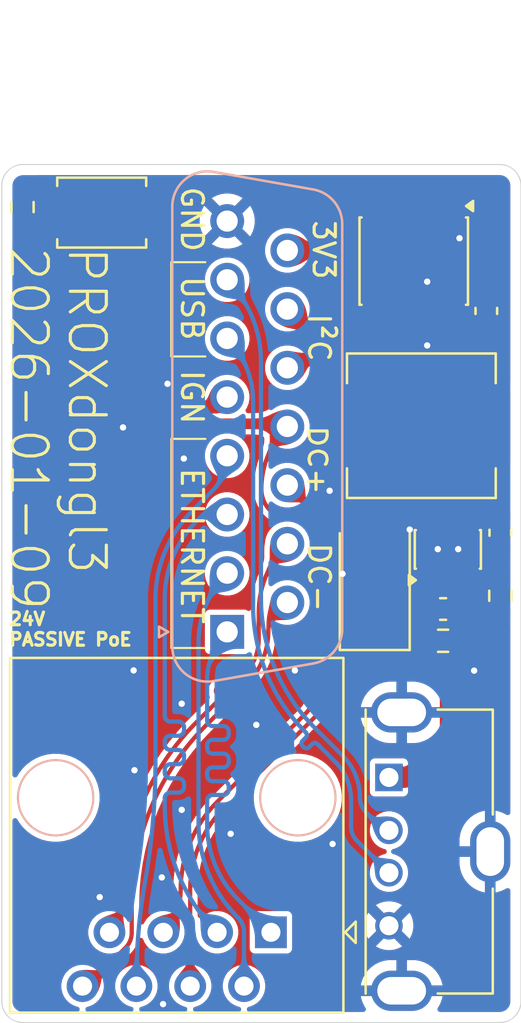
<source format=kicad_pcb>
(kicad_pcb
	(version 20241229)
	(generator "pcbnew")
	(generator_version "9.0")
	(general
		(thickness 1.6)
		(legacy_teardrops no)
	)
	(paper "A4")
	(layers
		(0 "F.Cu" signal)
		(2 "B.Cu" signal)
		(9 "F.Adhes" user "F.Adhesive")
		(11 "B.Adhes" user "B.Adhesive")
		(13 "F.Paste" user)
		(15 "B.Paste" user)
		(5 "F.SilkS" user "F.Silkscreen")
		(7 "B.SilkS" user "B.Silkscreen")
		(1 "F.Mask" user)
		(3 "B.Mask" user)
		(17 "Dwgs.User" user "User.Drawings")
		(19 "Cmts.User" user "User.Comments")
		(21 "Eco1.User" user "User.Eco1")
		(23 "Eco2.User" user "User.Eco2")
		(25 "Edge.Cuts" user)
		(27 "Margin" user)
		(31 "F.CrtYd" user "F.Courtyard")
		(29 "B.CrtYd" user "B.Courtyard")
		(35 "F.Fab" user)
		(33 "B.Fab" user)
		(39 "User.1" user)
		(41 "User.2" user)
		(43 "User.3" user)
		(45 "User.4" user)
	)
	(setup
		(pad_to_mask_clearance 0)
		(allow_soldermask_bridges_in_footprints no)
		(tenting front back)
		(pcbplotparams
			(layerselection 0x00000000_00000000_55555555_5755f5ff)
			(plot_on_all_layers_selection 0x00000000_00000000_00000000_00000000)
			(disableapertmacros no)
			(usegerberextensions yes)
			(usegerberattributes yes)
			(usegerberadvancedattributes yes)
			(creategerberjobfile yes)
			(dashed_line_dash_ratio 12.000000)
			(dashed_line_gap_ratio 3.000000)
			(svgprecision 4)
			(plotframeref no)
			(mode 1)
			(useauxorigin no)
			(hpglpennumber 1)
			(hpglpenspeed 20)
			(hpglpendiameter 15.000000)
			(pdf_front_fp_property_popups yes)
			(pdf_back_fp_property_popups yes)
			(pdf_metadata yes)
			(pdf_single_document no)
			(dxfpolygonmode yes)
			(dxfimperialunits yes)
			(dxfusepcbnewfont yes)
			(psnegative no)
			(psa4output no)
			(plot_black_and_white yes)
			(sketchpadsonfab no)
			(plotpadnumbers no)
			(hidednponfab no)
			(sketchdnponfab yes)
			(crossoutdnponfab yes)
			(subtractmaskfromsilk no)
			(outputformat 1)
			(mirror no)
			(drillshape 0)
			(scaleselection 1)
			(outputdirectory "out/")
		)
	)
	(net 0 "")
	(net 1 "/ETH_DC1+")
	(net 2 "/ETH_RX-")
	(net 3 "/ETH_TX+")
	(net 4 "/ETH_DC2+")
	(net 5 "/ETH_DC1-")
	(net 6 "/ETH_DC2-")
	(net 7 "/ETH_RX+")
	(net 8 "/ETH_TX-")
	(net 9 "/USB_D-")
	(net 10 "/USB_D+")
	(net 11 "+3V3")
	(net 12 "GND")
	(net 13 "+5V")
	(net 14 "Net-(D1-A)")
	(net 15 "Net-(U1-FB)")
	(net 16 "unconnected-(U1-NC-Pad6)")
	(net 17 "/I2C_SDA")
	(net 18 "/I2C_SCL")
	(net 19 "/IGNITION")
	(net 20 "Net-(SW1-A)")
	(footprint "Connector_USB:USB_A_Molex_105057_Vertical" (layer "F.Cu") (at 111.27 86.93 -90))
	(footprint "Diode_SMD:D_SMA" (layer "F.Cu") (at 110.6 77.405 90))
	(footprint "Resistor_SMD:R_0603_1608Metric" (layer "F.Cu") (at 93.979 60.01 90))
	(footprint "Capacitor_SMD:C_0603_1608Metric" (layer "F.Cu") (at 115.865 64.91 90))
	(footprint "Package_TO_SOT_SMD:SOT-23-6" (layer "F.Cu") (at 114.05 76.1675 180))
	(footprint "Button_Switch_SMD:SW_SPST_TS-1088-xR020" (layer "F.Cu") (at 97.714 60.27))
	(footprint "Capacitor_SMD:C_0603_1608Metric" (layer "F.Cu") (at 113.825 78.98))
	(footprint "Package_SO:SOIC-8_3.9x4.9mm_P1.27mm" (layer "F.Cu") (at 112.44 62.56 -90))
	(footprint "Inductor_SMD:L_APV_APH0630" (layer "F.Cu") (at 112.8 70.33 180))
	(footprint "Resistor_SMD:R_0603_1608Metric" (layer "F.Cu") (at 116.525 78.355 90))
	(footprint "Resistor_SMD:R_0603_1608Metric" (layer "F.Cu") (at 113.825 80.48))
	(footprint "Capacitor_SMD:C_0603_1608Metric" (layer "F.Cu") (at 116.525 75.38 -90))
	(footprint "Connector_RJ:RJ45_OST_PJ012-8P8CX_Vertical" (layer "F.Cu") (at 105.7 94.24 180))
	(footprint "Connector_Dsub:DSUB-15_Socket_Vertical_P2.77x2.84mm" (layer "B.Cu") (at 103.635 80.06 -90))
	(gr_line
		(start 101 80.82)
		(end 101 70.95)
		(stroke
			(width 0.1)
			(type default)
		)
		(layer "F.SilkS")
		(uuid "0cc2ab2c-74f2-411f-82c6-832a9a7896fe")
	)
	(gr_line
		(start 102.61 70.95)
		(end 101 70.95)
		(stroke
			(width 0.1)
			(type solid)
		)
		(layer "F.SilkS")
		(uuid "177e4912-91bc-4a69-8569-05cd61ff109f")
	)
	(gr_line
		(start 100.995 67.06)
		(end 100.995 62.61)
		(stroke
			(width 0.1)
			(type default)
		)
		(layer "F.SilkS")
		(uuid "5b0ec5b3-78ee-477a-9104-f903e417fe50")
	)
	(gr_line
		(start 102.605 62.61)
		(end 100.995 62.61)
		(stroke
			(width 0.1)
			(type solid)
		)
		(layer "F.SilkS")
		(uuid "5f01236e-c490-47dc-b1fd-190417acff3a")
	)
	(gr_line
		(start 102.605 67.06)
		(end 100.995 67.06)
		(stroke
			(width 0.1)
			(type solid)
		)
		(layer "F.SilkS")
		(uuid "91d07bbc-40bf-4d7b-8e15-42c0fcf409d5")
	)
	(gr_line
		(start 102.61 80.82)
		(end 101 80.82)
		(stroke
			(width 0.1)
			(type solid)
		)
		(layer "F.SilkS")
		(uuid "df3caf53-bd02-4f23-b1cf-81e1aa6db355")
	)
	(gr_line
		(start 93 97.5)
		(end 93 59)
		(stroke
			(width 0.05)
			(type solid)
		)
		(layer "Edge.Cuts")
		(uuid "0db6ce03-0979-466c-8d70-b73e485d4a8f")
	)
	(gr_line
		(start 117.5 59)
		(end 117.5 97.5)
		(stroke
			(width 0.05)
			(type solid)
		)
		(layer "Edge.Cuts")
		(uuid "10be46f5-97dc-400b-ad24-0b8b87306653")
	)
	(gr_line
		(start 94 58)
		(end 116.5 58)
		(stroke
			(width 0.05)
			(type solid)
		)
		(layer "Edge.Cuts")
		(uuid "413b3a9e-9bd9-4831-9365-cd63dbd28d7f")
	)
	(gr_arc
		(start 116.5 58)
		(mid 117.207107 58.292893)
		(end 117.5 59)
		(stroke
			(width 0.05)
			(type solid)
		)
		(layer "Edge.Cuts")
		(uuid "52b734ef-74dd-43b6-888f-18443ecf54e3")
	)
	(gr_arc
		(start 94 98.5)
		(mid 93.292893 98.207107)
		(end 93 97.5)
		(stroke
			(width 0.05)
			(type solid)
		)
		(layer "Edge.Cuts")
		(uuid "6a17951b-3130-4b4a-9fe8-2b07478bf2be")
	)
	(gr_line
		(start 116.5 98.5)
		(end 94 98.5)
		(stroke
			(width 0.05)
			(type solid)
		)
		(layer "Edge.Cuts")
		(uuid "79c46bbb-04e4-4a4a-967a-27117ae08049")
	)
	(gr_arc
		(start 117.5 97.5)
		(mid 117.207107 98.207107)
		(end 116.5 98.5)
		(stroke
			(width 0.05)
			(type default)
		)
		(layer "Edge.Cuts")
		(uuid "dbd91a20-56fa-46cf-ba01-69e810d4c7e5")
	)
	(gr_arc
		(start 93 59)
		(mid 93.292893 58.292893)
		(end 94 58)
		(stroke
			(width 0.05)
			(type solid)
		)
		(layer "Edge.Cuts")
		(uuid "f40b6dc1-c075-4afe-b6bc-38632a8e4915")
	)
	(gr_text "DC+"
		(at 107.39 70.24 270)
		(layer "F.SilkS")
		(uuid "2ad8987a-94f9-497c-b1d5-08f989ee34e7")
		(effects
			(font
				(size 0.85 1)
				(thickness 0.15)
				(bold yes)
			)
			(justify left bottom)
		)
	)
	(gr_text "USB"
		(at 101.39 63.19 270)
		(layer "F.SilkS")
		(uuid "2b9d7f41-d46d-490b-a655-aa5ca50ac4c4")
		(effects
			(font
				(size 1 1)
				(thickness 0.15)
				(bold yes)
			)
			(justify left bottom)
		)
	)
	(gr_text "PROXdongl3\n2026-01-09"
		(at 93.28 61.78 270)
		(layer "F.SilkS")
		(uuid "56a00f68-612a-4d4f-95f6-399a861de7d1")
		(effects
			(font
				(size 1.7 1.7)
				(thickness 0.15)
			)
			(justify left bottom)
		)
	)
	(gr_text "24V\nPASSIVE PoE"
		(at 93.27 80.77 0)
		(layer "F.SilkS")
		(uuid "582ed5dd-8095-4dca-b37e-f8f353222111")
		(effects
			(font
				(size 0.6 0.6)
				(thickness 0.15)
				(bold yes)
			)
			(justify left bottom)
		)
	)
	(gr_text "I²C"
		(at 107.39 64.95 270)
		(layer "F.SilkS")
		(uuid "5d421daf-5679-499d-b23c-e75cc4186d5d")
		(effects
			(font
				(size 1 1)
				(thickness 0.15)
				(bold yes)
			)
			(justify left bottom)
		)
	)
	(gr_text "3V3"
		(at 107.61 60.55 270)
		(layer "F.SilkS")
		(uuid "60c9b601-518e-4641-9840-56eeaaf71726")
		(effects
			(font
				(size 1 1)
				(thickness 0.15)
				(bold yes)
			)
			(justify left bottom)
		)
	)
	(gr_text "GND"
		(at 101.39 58.96 270)
		(layer "F.SilkS")
		(uuid "648b356c-5963-4404-b216-ab881a67eaca")
		(effects
			(font
				(size 1 1)
				(thickness 0.15)
				(bold yes)
			)
			(justify left bottom)
		)
	)
	(gr_text "IGN"
		(at 101.39 67.62 270)
		(layer "F.SilkS")
		(uuid "729df144-8f7f-4b89-8519-9e91a294d667")
		(effects
			(font
				(size 1 1)
				(thickness 0.15)
				(bold yes)
			)
			(justify left bottom)
		)
	)
	(gr_text "DC-"
		(at 107.39 75.77 270)
		(layer "F.SilkS")
		(uuid "9f6fe7f5-5953-470d-802c-f7984731a8d8")
		(effects
			(font
				(size 1 1)
				(thickness 0.15)
				(bold yes)
			)
			(justify left bottom)
		)
	)
	(gr_text "ETHERNET"
		(at 101.39 72.24 270)
		(layer "F.SilkS")
		(uuid "c6e6abf7-54bf-4756-b2d8-5f40513ec6a8")
		(effects
			(font
				(size 1 1)
				(thickness 0.15)
				(bold yes)
			)
			(justify left bottom)
		)
	)
	(segment
		(start 104.681912 88.571542)
		(end 104.60696 88.646495)
		(width 0.2)
		(layer "F.Cu")
		(net 1)
		(uuid "05f78d6c-d7c7-4607-b75d-c5b6fe5f8cb2")
	)
	(segment
		(start 104.28169 87.871505)
		(end 104.681913 88.271728)
		(width 0.2)
		(layer "F.Cu")
		(net 1)
		(uuid "0bd94e4b-6922-40c4-89c8-1b855571f8ca")
	)
	(segment
		(start 103.607112 88.246273)
		(end 103.532156 88.321226)
		(width 0.2)
		(layer "F.Cu")
		(net 1)
		(uuid "2bae3206-8395-4bd2-ba5f-2ca68de74aa9")
	)
	(segment
		(start 103.532156 88.321226)
		(end 103.510635 88.342746)
		(width 0.2)
		(layer "F.Cu")
		(net 1)
		(uuid "431d083c-6977-431d-a658-5fb0c761c243")
	)
	(segment
		(start 107.737107 84.116274)
		(end 104.28169 87.571691)
		(width 0.2)
		(layer "F.Cu")
		(net 1)
		(uuid "4d9c1978-6139-49e1-8364-433366be6ab6")
	)
	(segment
		(start 104.307146 88.646496)
		(end 103.906924 88.246274)
		(width 0.2)
		(layer "F.Cu")
		(net 1)
		(uuid "4f35e45a-0145-49a4-b7bd-4dcc818f130f")
	)
	(segment
		(start 106.475 73.135)
		(end 107.137531 73.797531)
		(width 0.2)
		(layer "F.Cu")
		(net 1)
		(uuid "83caec5a-cba9-4ee9-b7f2-bde34815d8f7")
	)
	(segment
		(start 101.89 92.255305)
		(end 101.89 96.78)
		(width 0.2)
		(layer "F.Cu")
		(net 1)
		(uuid "ef0f9698-6592-4783-a085-8143c4ff18c4")
	)
	(segment
		(start 108.03 75.952143)
		(end 108.03 83.409167)
		(width 0.2)
		(layer "F.Cu")
		(net 1)
		(uuid "f9ea475e-1e0f-4097-afd2-8ec9afa49f80")
	)
	(arc
		(start 104.28169 87.571691)
		(mid 104.219595 87.721599)
		(end 104.28169 87.871505)
		(width 0.2)
		(layer "F.Cu")
		(net 1)
		(uuid "0448dbbb-4164-40ab-876f-5a670e29f05a")
	)
	(arc
		(start 104.681913 88.271728)
		(mid 104.744007 88.421634)
		(end 104.681912 88.571542)
		(width 0.2)
		(layer "F.Cu")
		(net 1)
		(uuid "23818ec3-cb08-4bce-bc40-389fad249837")
	)
	(arc
		(start 103.510635 88.342746)
		(mid 102.31119 90.137843)
		(end 101.89 92.255305)
		(width 0.2)
		(layer "F.Cu")
		(net 1)
		(uuid "60f99e46-a771-4e5e-96fa-db27e3fd4c0d")
	)
	(arc
		(start 108.03 83.409167)
		(mid 107.95388 83.791851)
		(end 107.737107 84.116274)
		(width 0.2)
		(layer "F.Cu")
		(net 1)
		(uuid "b342810b-1892-4808-8e95-ac555efe6b05")
	)
	(arc
		(start 103.906924 88.246274)
		(mid 103.757017 88.184181)
		(end 103.607112 88.246273)
		(width 0.2)
		(layer "F.Cu")
		(net 1)
		(uuid "c1017e40-c58f-43d4-a2b0-0eafd1b22344")
	)
	(arc
		(start 104.60696 88.646495)
		(mid 104.457053 88.708589)
		(end 104.307146 88.646496)
		(width 0.2)
		(layer "F.Cu")
		(net 1)
		(uuid "dae6c616-a487-4710-8735-291cc48683ac")
	)
	(arc
		(start 107.137531 73.797531)
		(mid 107.798055 74.786075)
		(end 108.03 75.952143)
		(width 0.2)
		(layer "F.Cu")
		(net 1)
		(uuid "dee5e00e-0456-4d18-bf51-d926fb3c3dc9")
	)
	(segment
		(start 102.959734 73.380266)
		(end 101.976779 74.363221)
		(width 0.2)
		(layer "B.Cu")
		(net 2)
		(uuid "0db1b006-718c-4ed0-9102-09b838625674")
	)
	(segment
		(start 99.35 96.573614)
		(end 99.35 96.78)
		(width 0.2)
		(layer "B.Cu")
		(net 2)
		(uuid "925a6a3d-6a0b-45c2-8f5e-6e489be9722a")
	)
	(segment
		(start 100.25 78.532035)
		(end 100.25 86.268429)
		(width 0.2)
		(layer "B.Cu")
		(net 2)
		(uuid "ae9fd910-bfa6-4d5d-b3f4-e62bb0390227")
	)
	(segment
		(start 99.766702 91.809428)
		(end 99.764398 91.822533)
		(width 0.2)
		(layer "B.Cu")
		(net 2)
		(uuid "c8412d08-53cd-4fed-9b78-407f2036a920")
	)
	(arc
		(start 99.764398 91.822533)
		(mid 99.453795 94.189054)
		(end 99.35 96.573614)
		(width 0.2)
		(layer "B.Cu")
		(net 2)
		(uuid "227ff391-ef95-4492-bd08-29f79c7905eb")
	)
	(arc
		(start 101.976779 74.363221)
		(mid 100.698775 76.275889)
		(end 100.25 78.532035)
		(width 0.2)
		(layer "B.Cu")
		(net 2)
		(uuid "38e79fb7-8cd9-4622-8d04-29235557e177")
	)
	(arc
		(start 103.635 71.75)
		(mid 103.459504 72.632307)
		(end 102.959734 73.380266)
		(width 0.2)
		(layer "B.Cu")
		(net 2)
		(uuid "d32bbcc1-72b1-499a-b4d9-3af7c7a3195c")
	)
	(arc
		(start 100.25 86.268429)
		(mid 100.128946 89.049447)
		(end 99.766702 91.809428)
		(width 0.2)
		(layer "B.Cu")
		(net 2)
		(uuid "ff602e36-cfa4-43de-8da2-a02160306c94")
	)
	(segment
		(start 103.71 86.066794)
		(end 103.71 86.196794)
		(width 0.2)
		(layer "B.Cu")
		(net 3)
		(uuid "0d524520-c8cb-48f8-8669-5255102bedc0")
	)
	(segment
		(start 103.45 87.756794)
		(end 102.95 87.756794)
		(width 0.2)
		(layer "B.Cu")
		(net 3)
		(uuid "1d91bfaa-0342-4223-b4cb-17739996a899")
	)
	(segment
		(start 104.159495 92.699495)
		(end 105.7 94.24)
		(width 0.2)
		(layer "B.Cu")
		(net 3)
		(uuid "37de5b7d-0dae-4bd0-9a91-8ab6c4f606d4")
	)
	(segment
		(start 102.95 84.506794)
		(end 103.45 84.506794)
		(width 0.2)
		(layer "B.Cu")
		(net 3)
		(uuid "482787f2-26c7-4a6c-a73e-bb66330785ff")
	)
	(segment
		(start 102.69 85.416794)
		(end 102.69 85.546794)
		(width 0.2)
		(layer "B.Cu")
		(net 3)
		(uuid "54eda247-c721-4bd2-b675-6135d2e02fba")
	)
	(segment
		(start 103.45 86.456794)
		(end 102.95 86.456794)
		(width 0.2)
		(layer "B.Cu")
		(net 3)
		(uuid "5fa91da3-0d25-45e4-a4ae-d5acd478a7c1")
	)
	(segment
		(start 102.69 86.716794)
		(end 102.69 86.846794)
		(width 0.2)
		(layer "B.Cu")
		(net 3)
		(uuid "7dfa8a3a-e9a0-4876-a414-4a0b402b5eee")
	)
	(segment
		(start 102.69 88.62)
		(end 102.69 89.151819)
		(width 0.2)
		(layer "B.Cu")
		(net 3)
		(uuid "86db7265-a34d-4fe6-a1fe-36da3154e1ff")
	)
	(segment
		(start 103.45 85.156794)
		(end 102.95 85.156794)
		(width 0.2)
		(layer "B.Cu")
		(net 3)
		(uuid "9cd48030-0fc0-4606-b401-b226b50c976c")
	)
	(segment
		(start 103.71 84.766794)
		(end 103.71 84.896794)
		(width 0.2)
		(layer "B.Cu")
		(net 3)
		(uuid "9fe3e9b1-341b-4d49-89ed-172b7056123c")
	)
	(segment
		(start 102.95 85.806794)
		(end 103.45 85.806794)
		(width 0.2)
		(layer "B.Cu")
		(net 3)
		(uuid "a0db5f3d-dd71-412a-908a-5fc9e05fe3db")
	)
	(segment
		(start 103.71 87.366794)
		(end 103.71 87.496794)
		(width 0.2)
		(layer "B.Cu")
		(net 3)
		(uuid "bffe1e5c-e78d-42c4-b83e-ddf45c223c19")
	)
	(segment
		(start 102.69 88.146794)
		(end 102.69 88.62)
		(width 0.2)
		(layer "B.Cu")
		(net 3)
		(uuid "c53f7942-ff18-4e85-b49e-21d6a85be965")
	)
	(segment
		(start 102.95 87.106794)
		(end 103.45 87.106794)
		(width 0.2)
		(layer "B.Cu")
		(net 3)
		(uuid "cf4ff313-764f-41f3-b77d-e3fbf30beb33")
	)
	(segment
		(start 102.69 82.341315)
		(end 102.69 84.246794)
		(width 0.2)
		(layer "B.Cu")
		(net 3)
		(uuid "ddadbcde-75d9-46aa-8b2c-5f7bb5b9c4e8")
	)
	(segment
		(start 102.69 88.016794)
		(end 102.69 88.146794)
		(width 0.2)
		(layer "B.Cu")
		(net 3)
		(uuid "edb4b68d-0213-4786-a339-8a9201956d96")
	)
	(segment
		(start 105.61 94.1)
		(end 105.5 93.99)
		(width 0.2)
		(layer "B.Cu")
		(net 3)
		(uuid "ee570994-3e94-4237-bd5c-cfcc1aedb572")
	)
	(arc
		(start 102.95 87.756794)
		(mid 102.766152 87.832946)
		(end 102.69 88.016794)
		(width 0.2)
		(layer "B.Cu")
		(net 3)
		(uuid "0d4a7f4f-db57-4aee-bd68-a95b5474cc84")
	)
	(arc
		(start 102.69 84.246794)
		(mid 102.766152 84.430642)
		(end 102.95 84.506794)
		(width 0.2)
		(layer "B.Cu")
		(net 3)
		(uuid "126e75f8-ce63-49a7-8bb6-e6e6f1b63107")
	)
	(arc
		(start 103.635 80.06)
		(mid 102.935577 81.10672)
		(end 102.69 82.341315)
		(width 0.2)
		(layer "B.Cu")
		(net 3)
		(uuid "26759449-bd32-41cd-ac3f-5de683d0e5a0")
	)
	(arc
		(start 103.45 85.806794)
		(mid 103.633848 85.882946)
		(end 103.71 86.066794)
		(width 0.2)
		(layer "B.Cu")
		(net 3)
		(uuid "27e13cb0-65c3-4310-ae67-9d2d595a3572")
	)
	(arc
		(start 102.69 86.846794)
		(mid 102.766152 87.030642)
		(end 102.95 87.106794)
		(width 0.2)
		(layer "B.Cu")
		(net 3)
		(uuid "4bb5fa58-f1b5-4c53-94d5-566b091cc783")
	)
	(arc
		(start 103.45 84.506794)
		(mid 103.633848 84.582946)
		(end 103.71 84.766794)
		(width 0.2)
		(layer "B.Cu")
		(net 3)
		(uuid "5a24ab2b-d7ea-40b7-a700-d9a1856a9c43")
	)
	(arc
		(start 103.45 87.106794)
		(mid 103.633848 87.182946)
		(end 103.71 87.366794)
		(width 0.2)
		(layer "B.Cu")
		(net 3)
		(uuid "86deaf2f-ec57-4202-83ff-0587adc21320")
	)
	(arc
		(start 102.95 86.456794)
		(mid 102.766152 86.532946)
		(end 102.69 86.716794)
		(width 0.2)
		(layer "B.Cu")
		(net 3)
		(uuid "ab8ab6ac-1dbc-4c1f-9e6a-bf3ee8312240")
	)
	(arc
		(start 103.71 86.196794)
		(mid 103.633848 86.380642)
		(end 103.45 86.456794)
		(width 0.2)
		(layer "B.Cu")
		(net 3)
		(uuid "bb3678ec-69c8-43fa-bcd0-08e97885f6a3")
	)
	(arc
		(start 102.69 85.546794)
		(mid 102.766152 85.730642)
		(end 102.95 85.806794)
		(width 0.2)
		(layer "B.Cu")
		(net 3)
		(uuid "bce13fd2-ea3a-41aa-8c8b-d218c752909a")
	)
	(arc
		(start 103.71 84.896794)
		(mid 103.633848 85.080642)
		(end 103.45 85.156794)
		(width 0.2)
		(layer "B.Cu")
		(net 3)
		(uuid "cc1e9902-39c8-423e-8d3e-96b6010b504a")
	)
	(arc
		(start 102.95 85.156794)
		(mid 102.766152 85.232946)
		(end 102.69 85.416794)
		(width 0.2)
		(layer "B.Cu")
		(net 3)
		(uuid "d5353582-6475-4700-a648-291eb8c72065")
	)
	(arc
		(start 102.69 89.151819)
		(mid 103.071909 91.071807)
		(end 104.159495 92.699495)
		(width 0.2)
		(layer "B.Cu")
		(net 3)
		(uuid "d6759925-6f16-45bc-82a3-bce82cf5d563")
	)
	(arc
		(start 103.71 87.496794)
		(mid 103.633848 87.680642)
		(end 103.45 87.756794)
		(width 0.2)
		(layer "B.Cu")
		(net 3)
		(uuid "e016581d-b2f1-4976-ac8e-cb6a27a301a1")
	)
	(segment
		(start 93.979 60.835)
		(end 93.979 60.844786)
		(width 0.5)
		(layer "F.Cu")
		(net 4)
		(uuid "38cbf0a9-6306-4a57-ae2d-38c7408aa43e")
	)
	(segment
		(start 100.773917 70.239501)
		(end 106.349501 70.239501)
		(width 0.5)
		(layer "F.Cu")
		(net 4)
		(uuid "628e8905-508e-403c-98e9-016084f08659")
	)
	(segment
		(start 94.271893 61.551893)
		(end 94.627107 61.907107)
		(width 0.5)
		(layer "F.Cu")
		(net 4)
		(uuid "6a136649-5919-473b-af54-06e0cc94fa5e")
	)
	(segment
		(start 99.08 63.2)
		(end 99.08 68.486188)
		(width 0.5)
		(layer "F.Cu")
		(net 4)
		(uuid "73374b36-e105-4534-a128-d57a53106acd")
	)
	(segment
		(start 103.17258 88.07742)
		(end 107.361107 83.888893)
		(width 0.2)
		(layer "F.Cu")
		(net 4)
		(uuid "82eba771-22af-4a53-aad4-57e3a6b7959c")
	)
	(segment
		(start 106.35 70.24)
		(end 102.36 70.24)
		(width 0.5)
		(layer "F.Cu")
		(net 4)
		(uuid "aa00257d-fae1-46bc-b820-88980d9dd262")
	)
	(segment
		(start 107.654 83.181786)
		(end 107.654 75.808214)
		(width 0.2)
		(layer "F.Cu")
		(net 4)
		(uuid "aa0b73af-4a93-4245-b572-b4f98df3e3ec")
	)
	(segment
		(start 95.334214 62.2)
		(end 98.08 62.2)
		(width 0.5)
		(layer "F.Cu")
		(net 4)
		(uuid "c7ac6d1e-6bb1-48c3-82bd-63afa03af552")
	)
	(segment
		(start 106.349501 70.239501)
		(end 106.475 70.365)
		(width 0.5)
		(layer "F.Cu")
		(net 4)
		(uuid "e5cf277c-769b-471e-b518-0545e9fe524c")
	)
	(segment
		(start 107.243037 74.983037)
		(end 107.361107 75.101107)
		(width 0.2)
		(layer "F.Cu")
		(net 4)
		(uuid "e9e30e0a-f008-4e7e-b069-302e5f295a9d")
	)
	(segment
		(start 106.475 70.365)
		(end 106.35 70.24)
		(width 0.5)
		(layer "F.Cu")
		(net 4)
		(uuid "fc547050-f9df-4b2c-ae7f-c84c676bb834")
	)
	(arc
		(start 93.979 60.844786)
		(mid 94.05512 61.22747)
		(end 94.271893 61.551893)
		(width 0.5)
		(layer "F.Cu")
		(net 4)
		(uuid "02483d89-12aa-41c0-b9a9-18bc067ffd9b")
	)
	(arc
		(start 106.475 70.365)
		(mid 105.568359 71.721868)
		(end 105.25 73.322365)
		(width 0.2)
		(layer "F.Cu")
		(net 4)
		(uuid "03533c6b-a803-4c93-ab0d-c7106d0c53d8")
	)
	(arc
		(start 94.627107 61.907107)
		(mid 94.951531 62.12388)
		(end 95.334214 62.2)
		(width 0.5)
		(layer "F.Cu")
		(net 4)
		(uuid "155181b1-ec6f-46e8-82bc-e83717d1a07f")
	)
	(arc
		(start 100.62 94.24)
		(mid 101.22689 93.331726)
		(end 101.44 92.26035)
		(width 0.2)
		(layer "F.Cu")
		(net 4)
		(uuid "1c2a6e0e-7940-412a-b964-0a04d5d67352")
	)
	(arc
		(start 101.44 92.26035)
		(mid 101.890284 89.996512)
		(end 103.17258 88.07742)
		(width 0.2)
		(layer "F.Cu")
		(net 4)
		(uuid "248f9fe9-8e7e-4f8d-8a56-2c757a83cd98")
	)
	(arc
		(start 98.08 62.2)
		(mid 98.787107 62.492893)
		(end 99.08 63.2)
		(width 0.5)
		(layer "F.Cu")
		(net 4)
		(uuid "401a5779-e1da-446b-b8fb-d15a1d56a7a4")
	)
	(arc
		(start 107.243037 74.983037)
		(mid 106.982738 74.809111)
		(end 106.675667 74.748037)
		(width 0.2)
		(layer "F.Cu")
		(net 4)
		(uuid "4c393405-a061-499d-8dda-ae14c04e3a70")
	)
	(arc
		(start 99.08 68.486188)
		(mid 99.572684 69.70497)
		(end 100.773917 70.239501)
		(width 0.5)
		(layer "F.Cu")
		(net 4)
		(uuid "4c9cc412-15fc-44ed-8091-37e61ae4348b")
	)
	(arc
		(start 107.361107 83.888893)
		(mid 107.57788 83.564469)
		(end 107.654 83.181786)
		(width 0.2)
		(layer "F.Cu")
		(net 4)
		(uuid "ab6303df-216e-4be1-808d-dacda5d872f4")
	)
	(arc
		(start 105.25 73.322365)
		(mid 105.667568 74.330469)
		(end 106.675667 74.748037)
		(width 0.2)
		(layer "F.Cu")
		(net 4)
		(uuid "da0215e9-a8b9-4908-8f94-29598aaf3757")
	)
	(arc
		(start 107.654 75.808214)
		(mid 107.57788 75.42553)
		(end 107.361107 75.101107)
		(width 0.2)
		(layer "F.Cu")
		(net 4)
		(uuid "fcf9dee2-7ff8-49b4-b174-4154681aa9db")
	)
	(segment
		(start 102.733507 83.776492)
		(end 102.68 83.83)
		(width 0.2)
		(layer "F.Cu")
		(net 5)
		(uuid "178e6d5d-90ce-4d85-933c-c85d6c7d4dfb")
	)
	(segment
		(start 105.124 80.42095)
		(end 105.124 79.166474)
		(width 0.2)
		(layer "F.Cu")
		(net 5)
		(uuid "33deb67e-b918-4bcf-b76d-2fb1aba94f2b")
	)
	(segment
		(start 102.68 83.83)
		(end 102.342021 84.167979)
		(width 0.2)
		(layer "F.Cu")
		(net 5)
		(uuid "5da5a1c0-fc75-4c39-9dcb-577bd1327f74")
	)
	(segment
		(start 103.171911 83.338086)
		(end 102.733507 83.776492)
		(width 0.2)
		(layer "F.Cu")
		(net 5)
		(uuid "86e345e7-c7d8-4760-9c7c-04d97751b657")
	)
	(segment
		(start 104.275 82.235)
		(end 104.439622 82.070378)
		(width 0.2)
		(layer "F.Cu")
		(net 5)
		(uuid "a0296054-4cd4-427d-93b7-c0eba771b577")
	)
	(segment
		(start 102.342021 84.167979)
		(end 102.1883 84.3217)
		(width 0.2)
		(layer "F.Cu")
		(net 5)
		(uuid "d4f049ac-7272-489e-b9c2-8be3c0096c50")
	)
	(segment
		(start 105.122 80.42295)
		(end 105.124 80.42095)
		(width 0.2)
		(layer "F.Cu")
		(net 5)
		(uuid "e0bb1045-ae6d-4b19-a77b-652e50c7d290")
	)
	(segment
		(start 103.610318 82.235)
		(end 103.171911 82.673406)
		(width 0.2)
		(layer "F.Cu")
		(net 5)
		(uuid "fb801227-1ac0-44c2-a24c-f2f795d6d194")
	)
	(arc
		(start 98.7 92.743256)
		(mid 98.53888 93.553261)
		(end 98.08 94.24)
		(width 0.2)
		(layer "F.Cu")
		(net 5)
		(uuid "0f8f38ef-13ad-4035-8dcc-fb4014393152")
	)
	(arc
		(start 102.1883 84.3217)
		(mid 99.606579 88.185518)
		(end 98.7 92.743256)
		(width 0.2)
		(layer "F.Cu")
		(net 5)
		(uuid "1e502bc6-d01a-418f-86a4-18d25deef612")
	)
	(arc
		(start 104.439622 82.070378)
		(mid 104.944655 81.314542)
		(end 105.122 80.42295)
		(width 0.2)
		(layer "F.Cu")
		(net 5)
		(uuid "416ace5f-3e65-4623-a5b5-26e54dea5650")
	)
	(arc
		(start 104.275 82.235)
		(mid 104.108829 82.30383)
		(end 103.942659 82.235)
		(width 0.2)
		(layer "F.Cu")
		(net 5)
		(uuid "42f0e309-6701-40b4-a814-cb89d28ecf0d")
	)
	(arc
		(start 103.942659 82.235)
		(mid 103.776489 82.166169)
		(end 103.610318 82.235)
		(width 0.2)
		(layer "F.Cu")
		(net 5)
		(uuid "58cd7769-3e26-4e76-aeaa-a541f26b3d0f")
	)
	(arc
		(start 106.475 75.905)
		(mid 105.47509 77.401426)
		(end 105.124 79.166474)
		(width 0.2)
		(layer "F.Cu")
		(net 5)
		(uuid "b517bb69-5192-41b8-895b-6ab9c3d3c41e")
	)
	(arc
		(start 103.171911 83.005746)
		(mid 103.240741 83.171916)
		(end 103.171911 83.338086)
		(width 0.2)
		(layer "F.Cu")
		(net 5)
		(uuid "dc7af08b-2dcd-4f33-b9b3-6c2dc30e6947")
	)
	(arc
		(start 103.171911 82.673406)
		(mid 103.103081 82.839576)
		(end 103.171911 83.005746)
		(width 0.2)
		(layer "F.Cu")
		(net 5)
		(uuid "dff1f9f7-986a-42fc-bdce-b86a64153542")
	)
	(segment
		(start 102.643045 84.466955)
		(end 104.493875 82.616125)
		(width 0.2)
		(layer "F.Cu")
		(net 6)
		(uuid "17762310-d3c7-41e7-a76b-84558901dda9")
	)
	(segment
		(start 105.879805 79.270195)
		(end 106.475 78.675)
		(width 0.2)
		(layer "F.Cu")
		(net 6)
		(uuid "30341f5c-c304-487e-abfd-035f885468e9")
	)
	(segment
		(start 97.026339 96.78)
		(end 98.838107 94.968232)
		(width 0.2)
		(layer "F.Cu")
		(net 6)
		(uuid "3ef24a7e-dacd-4d75-845a-742302e75390")
	)
	(segment
		(start 96.81 96.78)
		(end 97.026339 96.78)
		(width 0.2)
		(layer "F.Cu")
		(net 6)
		(uuid "ddaa6a2f-98ab-4e77-ac6a-1d56b33ccd4b")
	)
	(segment
		(start 99.131 94.261125)
		(end 99.130994 92.945856)
		(width 0.2)
		(layer "F.Cu")
		(net 6)
		(uuid "e7613851-c554-4996-9e7e-ce639c630e00")
	)
	(arc
		(start 105.58 79.993987)
		(mid 105.657917 79.602276)
		(end 105.879805 79.270195)
		(width 0.2)
		(layer "F.Cu")
		(net 6)
		(uuid "5d05e45d-928d-4f3c-a86d-2fc379bba289")
	)
	(arc
		(start 104.493875 82.616125)
		(mid 105.297725 81.413078)
		(end 105.58 79.993987)
		(width 0.2)
		(layer "F.Cu")
		(net 6)
		(uuid "89e4d166-a355-489f-b2cd-b878cd134714")
	)
	(arc
		(start 98.838107 94.968232)
		(mid 99.05488 94.643808)
		(end 99.131 94.261125)
		(width 0.2)
		(layer "F.Cu")
		(net 6)
		(uuid "9aa61bbb-9cad-4311-9814-c12be0db604f")
	)
	(arc
		(start 99.130994 92.945856)
		(mid 100.043735 88.357108)
		(end 102.643045 84.466955)
		(width 0.2)
		(layer "F.Cu")
		(net 6)
		(uuid "c659018c-a3b2-4182-9228-e8a8392bc5a1")
	)
	(segment
		(start 101.332 86.973795)
		(end 100.958 86.973795)
		(width 0.2)
		(layer "B.Cu")
		(net 7)
		(uuid "02c175fd-50fe-4383-80bc-d5cdf1a27038")
	)
	(segment
		(start 101.332 84.293795)
		(end 100.958 84.293795)
		(width 0.2)
		(layer "B.Cu")
		(net 7)
		(uuid "2710868d-54f1-45c7-8376-044e6d2cac07")
	)
	(segment
		(start 100.69 84.025795)
		(end 100.69 83.891795)
		(width 0.2)
		(layer "B.Cu")
		(net 7)
		(uuid "28288c2a-5125-4180-a382-9b20bf6bd291")
	)
	(segment
		(start 101.6 87.375795)
		(end 101.6 87.241795)
		(width 0.2)
		(layer "B.Cu")
		(net 7)
		(uuid "2e33a2fe-0094-48f7-b3d2-965fa45234d8")
	)
	(segment
		(start 100.69 83.84)
		(end 100.69 78.487542)
		(width 0.2)
		(layer "B.Cu")
		(net 7)
		(uuid "30745e66-4001-4ce4-95b7-a90a1e26d3fb")
	)
	(segment
		(start 100.958 84.963795)
		(end 101.332 84.963795)
		(width 0.2)
		(layer "B.Cu")
		(net 7)
		(uuid "4c9147bb-81cd-47ff-999d-042b29c27ebb")
	)
	(segment
		(start 101.6 84.695795)
		(end 101.6 84.561795)
		(width 0.2)
		(layer "B.Cu")
		(net 7)
		(uuid "50dcaa9f-d324-467d-a03f-4642c366dcad")
	)
	(segment
		(start 100.69 88.276906)
		(end 100.69 87.911795)
		(width 0.2)
		(layer "B.Cu")
		(net 7)
		(uuid "6212996d-8e56-428f-add5-4b62f0bb4463")
	)
	(segment
		(start 100.69 86.705795)
		(end 100.69 86.571795)
		(width 0.2)
		(layer "B.Cu")
		(net 7)
		(uuid "6cc32e6e-e902-45f2-b14c-3031a0920f6f")
	)
	(segment
		(start 102.212107 74.812893)
		(end 102.505 74.52)
		(width 0.2)
		(layer "B.Cu")
		(net 7)
		(uuid "6d66e58b-4e98-4fca-b489-491eda103d2a")
	)
	(segment
		(start 102.505 74.52)
		(end 103.635 74.52)
		(width 0.2)
		(layer "B.Cu")
		(net 7)
		(uuid "7551db71-4bf6-45b6-8581-9e45a533f774")
	)
	(segment
		(start 101.6 86.035795)
		(end 101.6 85.901795)
		(width 0.2)
		(layer "B.Cu")
		(net 7)
		(uuid "76dd876a-505d-4114-a1fc-51cfe3eba035")
	)
	(segment
		(start 101.332 85.633795)
		(end 100.958 85.633795)
		(width 0.2)
		(layer "B.Cu")
		(net 7)
		(uuid "98926a7d-9a8e-4e1a-a003-d59fbb0d9e10")
	)
	(segment
		(start 100.69 83.891795)
		(end 100.69 83.84)
		(width 0.2)
		(layer "B.Cu")
		(net 7)
		(uuid "a2a250b9-dae1-4e87-a87d-6d744786c683")
	)
	(segment
		(start 100.958 87.643795)
		(end 101.332 87.643795)
		(width 0.2)
		(layer "B.Cu")
		(net 7)
		(uuid "a8d36ac8-3886-477e-b685-88b305c7268f")
	)
	(segment
		(start 100.69 85.365795)
		(end 100.69 85.231795)
		(width 0.2)
		(layer "B.Cu")
		(net 7)
		(uuid "a9bad550-5a7d-414b-8e69-0f735961920b")
	)
	(segment
		(start 100.958 86.303795)
		(end 101.332 86.303795)
		(width 0.2)
		(layer "B.Cu")
		(net 7)
		(uuid "b211b6e5-15d0-491f-b6b6-1c4357c2a68e")
	)
	(arc
		(start 100.958 84.293795)
		(mid 100.768495 84.2153)
		(end 100.69 84.025795)
		(width 0.2)
		(layer "B.Cu")
		(net 7)
		(uuid "1d9d617f-d887-47dd-9c25-9684aa285c34")
	)
	(arc
		(start 101.6 87.241795)
		(mid 101.521505 87.05229)
		(end 101.332 86.973795)
		(width 0.2)
		(layer "B.Cu")
		(net 7)
		(uuid "1e06cc8e-8e62-4c82-b0b4-ca3e43028351")
	)
	(arc
		(start 101.6 84.561795)
		(mid 101.521505 84.37229)
		(end 101.332 84.293795)
		(width 0.2)
		(layer "B.Cu")
		(net 7)
		(uuid "29a802a0-0980-4083-a0dc-5565297f031a")
	)
	(arc
		(start 101.332 84.963795)
		(mid 101.521505 84.8853)
		(end 101.6 84.695795)
		(width 0.2)
		(layer "B.Cu")
		(net 7)
		(uuid "3bc802bb-ba9c-42a6-adca-3a3cac7e5902")
	)
	(arc
		(start 100.69 86.571795)
		(mid 100.768495 86.38229)
		(end 100.958 86.303795)
		(width 0.2)
		(layer "B.Cu")
		(net 7)
		(uuid "465d5bbe-7438-4f7f-91a1-7abea87aca62")
	)
	(arc
		(start 101.6 85.901795)
		(mid 101.521505 85.71229)
		(end 101.332 85.633795)
		(width 0.2)
		(layer "B.Cu")
		(net 7)
		(uuid "48508ed4-c6f1-485a-816e-193f2e8efd88")
	)
	(arc
		(start 100.958 85.633795)
		(mid 100.768495 85.5553)
		(end 100.69 85.365795)
		(width 0.2)
		(layer "B.Cu")
		(net 7)
		(uuid "4d1a636d-1d0f-40f4-bd40-35ef3801f0ba")
	)
	(arc
		(start 100.69 87.911795)
		(mid 100.768495 87.72229)
		(end 100.958 87.643795)
		(width 0.2)
		(layer "B.Cu")
		(net 7)
		(uuid "5194f568-9038-430e-87e9-15a87d977b36")
	)
	(arc
		(start 100.958 86.973795)
		(mid 100.768495 86.8953)
		(end 100.69 86.705795)
		(width 0.2)
		(layer "B.Cu")
		(net 7)
		(uuid "59e1f990-118e-4824-9747-0023822e75b8")
	)
	(arc
		(start 103.16 94.24)
		(mid 101.331929 91.504104)
		(end 100.69 88.276906)
		(width 0.2)
		(layer "B.Cu")
		(net 7)
		(uuid "83436f92-3b31-4cd5-8296-b12285c75b7d")
	)
	(arc
		(start 101.332 87.643795)
		(mid 101.521505 87.5653)
		(end 101.6 87.375795)
		(width 0.2)
		(layer "B.Cu")
		(net 7)
		(uuid "86183e08-f318-4984-9bb5-8a63cf172853")
	)
	(arc
		(start 100.69 85.231795)
		(mid 100.768495 85.04229)
		(end 100.958 84.963795)
		(width 0.2)
		(layer "B.Cu")
		(net 7)
		(uuid "90810bd1-d3fd-49b2-8113-d5dd64af24b2")
	)
	(arc
		(start 100.69 78.487542)
		(mid 101.085576 76.498852)
		(end 102.212107 74.812893)
		(width 0.2)
		(layer "B.Cu")
		(net 7)
		(uuid "abe1c560-47a8-4b08-b768-44a6e8570e33")
	)
	(arc
		(start 101.332 86.303795)
		(mid 101.521505 86.2253)
		(end 101.6 86.035795)
		(width 0.2)
		(layer "B.Cu")
		(net 7)
		(uuid "c9fa4d4e-8963-4bd1-9f7b-c6b3231b8fe4")
	)
	(segment
		(start 104.43 96.78)
		(end 104.43 94.244214)
		(width 0.2)
		(layer "B.Cu")
		(net 8)
		(uuid "32e4a5bd-7798-4cc3-9f42-3c933abf231f")
	)
	(segment
		(start 102.284 89.063388)
		(end 102.284 80.551557)
		(width 0.2)
		(layer "B.Cu")
		(net 8)
		(uuid "b943d330-388f-4034-932e-d137a5c0b294")
	)
	(arc
		(start 104.137107 93.537107)
		(mid 102.765593 91.484518)
		(end 102.284 89.063388)
		(width 0.2)
		(layer "B.Cu")
		(net 8)
		(uuid "60873f6d-9d09-487e-9e6a-ca680a6ab141")
	)
	(arc
		(start 102.284 80.551557)
		(mid 102.635105 78.786432)
		(end 103.635 77.29)
		(width 0.2)
		(layer "B.Cu")
		(net 8)
		(uuid "8c9932ef-5ddd-4bb4-84ff-7756bfc5e170")
	)
	(arc
		(start 104.43 94.244214)
		(mid 104.35388 93.86153)
		(end 104.137107 93.537107)
		(width 0.2)
		(layer "B.Cu")
		(net 8)
		(uuid "b59cfc2f-3b20-4d75-8109-7ab11ff57827")
	)
	(segment
		(start 111.27 89.43)
		(end 111.04 89.43)
		(width 0.2)
		(layer "B.Cu")
		(net 9)
		(uuid "4922fa01-3a4e-4a5f-aa6d-0a279cb95e9d")
	)
	(segment
		(start 111.04 89.43)
		(end 110.192893 88.582893)
		(width 0.2)
		(layer "B.Cu")
		(net 9)
		(uuid "5a54581d-6eef-4c3d-b742-7ebfb6fbf12e")
	)
	(segment
		(start 105.23 78.459199)
		(end 105.23 67.290686)
		(width 0.2)
		(layer "B.Cu")
		(net 9)
		(uuid "640fd669-658b-4260-855d-bfb633bbc5d6")
	)
	(segment
		(start 109.082747 85.902747)
		(end 107.769081 84.589081)
		(width 0.2)
		(layer "B.Cu")
		(net 9)
		(uuid "6cb25b9d-0771-4d57-9524-7fabc0651697")
	)
	(arc
		(start 103.635 63.44)
		(mid 104.815471 65.206704)
		(end 105.23 67.290686)
		(width 0.2)
		(layer "B.Cu")
		(net 9)
		(uuid "0f20011f-5c18-496f-8920-32816c2c4eb1")
	)
	(arc
		(start 110.192893 88.582893)
		(mid 109.97612 88.25847)
		(end 109.9 87.875786)
		(width 0.2)
		(layer "B.Cu")
		(net 9)
		(uuid "167627a0-a122-4bca-a5c6-f776bb1bffbf")
	)
	(arc
		(start 105.23 78.459199)
		(mid 105.889886 81.776668)
		(end 107.769081 84.589081)
		(width 0.2)
		(layer "B.Cu")
		(net 9)
		(uuid "80f33a38-9c1c-4075-b8fe-a7fceaaa98cd")
	)
	(arc
		(start 109.9 87.875786)
		(mid 109.687603 86.807979)
		(end 109.082747 85.902747)
		(width 0.2)
		(layer "B.Cu")
		(net 9)
		(uuid "f1559111-b09b-4402-9821-88f9fef9cf56")
	)
	(segment
		(start 107.192264 85.444223)
		(end 107.253075 85.505034)
		(width 0.2)
		(layer "B.Cu")
		(net 10)
		(uuid "0d6dd22a-fcbd-4dbb-bf23-0516da831f73")
	)
	(segment
		(start 108.630164 86.090164)
		(end 108.745824 86.205824)
		(width 0.2)
		(layer "B.Cu")
		(net 10)
		(uuid "25cd6b82-64ab-4434-aab4-ffd8d0cf3c5f")
	)
	(segment
		(start 107.496319 85.505034)
		(end 107.649054 85.352298)
		(width 0.2)
		(layer "B.Cu")
		(net 10)
		(uuid "2dc06399-4d59-47be-8b27-db4bd0dc4182")
	)
	(segment
		(start 107.953111 85.413111)
		(end 108.550164 86.010164)
		(width 0.2)
		(layer "B.Cu")
		(net 10)
		(uuid "5a48a8b2-f253-4e51-bc93-0297114ef8c4")
	)
	(segment
		(start 107.345 85.048244)
		(end 107.192264 85.200979)
		(width 0.2)
		(layer "B.Cu")
		(net 10)
		(uuid "831ffc5a-1565-44c5-827d-1a908941d622")
	)
	(segment
		(start 109.479997 87.978268)
		(end 109.48 89.225786)
		(width 0.2)
		(layer "B.Cu")
		(net 10)
		(uuid "917fcd69-37de-46ca-a7d2-ca6d7300068d")
	)
	(segment
		(start 109.772893 89.932893)
		(end 111.27 91.43)
		(width 0.2)
		(layer "B.Cu")
		(net 10)
		(uuid "a9c2b4d7-7662-45cd-8427-b91a76e27cd2")
	)
	(segment
		(start 108.550164 86.010164)
		(end 108.630164 86.090164)
		(width 0.2)
		(layer "B.Cu")
		(net 10)
		(uuid "d1a13e12-ba86-4d0a-ab1a-2ecd5e6143ae")
	)
	(segment
		(start 107.892298 85.352298)
		(end 107.953111 85.413111)
		(width 0.2)
		(layer "B.Cu")
		(net 10)
		(uuid "d78b566d-f913-4be9-94c3-3b50f9f296fb")
	)
	(segment
		(start 104.86 69.167312)
		(end 104.86 78.810164)
		(width 0.2)
		(layer "B.Cu")
		(net 10)
		(uuid "dd3e3833-a48f-4c35-973d-99d460f5bc18")
	)
	(segment
		(start 107.341844 84.801844)
		(end 107.345 84.805)
		(width 0.2)
		(layer "B.Cu")
		(net 10)
		(uuid "f1cb2714-ca3e-43bd-8282-3c8d43b5dc9d")
	)
	(arc
		(start 103.635 66.21)
		(mid 104.541651 67.566864)
		(end 104.86 69.167312)
		(width 0.2)
		(layer "B.Cu")
		(net 10)
		(uuid "30e402c1-0153-4149-a6e5-ddc637c24238")
	)
	(arc
		(start 107.649054 85.352298)
		(mid 107.770676 85.301921)
		(end 107.892298 85.352298)
		(width 0.2)
		(layer "B.Cu")
		(net 10)
		(uuid "40a2f6d0-6e00-4286-a11a-822c775ca659")
	)
	(arc
		(start 104.86 78.810164)
		(mid 105.505006 82.052829)
		(end 107.341844 84.801844)
		(width 0.2)
		(layer "B.Cu")
		(net 10)
		(uuid "9400db22-d9ad-4ebd-8c71-5bbdfa4d0451")
	)
	(arc
		(start 107.345 84.805)
		(mid 107.395377 84.926622)
		(end 107.345 85.048244)
		(width 0.2)
		(layer "B.Cu")
		(net 10)
		(uuid "a5027993-2f76-4ad5-ac97-dd84e14ffa35")
	)
	(arc
		(start 109.48 89.225786)
		(mid 109.55612 89.608469)
		(end 109.772893 89.932893)
		(width 0.2)
		(layer "B.Cu")
		(net 10)
		(uuid "af4828f6-2ec4-42c3-a3e0-d2c48b090c89")
	)
	(arc
		(start 108.745824 86.205824)
		(mid 109.28919 87.019028)
		(end 109.479997 87.978268)
		(width 0.2)
		(layer "B.Cu")
		(net 10)
		(uuid "c2af5d93-1cdd-4c87-861e-6e454d15d65c")
	)
	(arc
		(start 107.253075 85.505034)
		(mid 107.374697 85.555411)
		(end 107.496319 85.505034)
		(width 0.2)
		(layer "B.Cu")
		(net 10)
		(uuid "e28e8221-3dea-4c6c-a5aa-d6d0cf01f9ae")
	)
	(arc
		(start 107.192264 85.200979)
		(mid 107.141887 85.322601)
		(end 107.192264 85.444223)
		(width 0.2)
		(layer "B.Cu")
		(net 10)
		(uuid "ef70db5a-26dd-4551-81e8-f8a59ca60ee3")
	)
	(segment
		(start 115.825 70.33)
		(end 115.825 73.905)
		(width 0.8)
		(layer "F.Cu")
		(net 11)
		(uuid "02d1fe67-f3a4-46d1-af6d-960598de9504")
	)
	(segment
		(start 114.345 65.035)
		(end 115.532107 66.222107)
		(width 0.6)
		(layer "F.Cu")
		(net 11)
		(uuid "0861a668-ee5b-4cb5-98d6-0ffa2ac9e173")
	)
	(segment
		(start 113.060786 62.055)
		(end 106.475 62.055)
		(width 0.6)
		(layer "F.Cu")
		(net 11)
		(uuid "0c4e3e7a-ab8b-4e84-ade2-da4c04070e5d")
	)
	(segment
		(start 115.865 70.29)
		(end 115.825 70.33)
		(width 0.8)
		(layer "F.Cu")
		(net 11)
		(uuid "119cfd79-dc51-4cb7-8f84-9d8cadcf19af")
	)
	(segment
		(start 114.05 75.03)
		(end 115 75.03)
		(width 0.6)
		(layer "F.Cu")
		(net 11)
		(uuid "2492e7e2-fe6f-4215-b9b8-165433f621da")
	)
	(segment
		(start 116.525 74.605)
		(end 116.025905 74.605)
		(width 0.6)
		(layer "F.Cu")
		(net 11)
		(uuid "33d1a2ea-c14c-43f7-9fba-887cd23adffb")
	)
	(segment
		(start 115.825 70.33)
		(end 115.825 74.205)
		(width 0.8)
		(layer "F.Cu")
		(net 11)
		(uuid "4d50e905-f1a1-4a47-b347-ef0060d2ac37")
	)
	(segment
		(start 114.702107 65.392107)
		(end 114.345 65.035)
		(width 0.6)
		(layer "F.Cu")
		(net 11)
		(uuid "6cd811cf-b59a-42e8-ad44-48b10bae255f")
	)
	(segment
		(start 115.825 73.905)
		(end 116.525 74.605)
		(width 0.8)
		(layer "F.Cu")
		(net 11)
		(uuid "8316862f-1848-45fe-8ee4-ff0607c04b26")
	)
	(segment
		(start 115.825 74.205)
		(end 115 75.03)
		(width 0.8)
		(layer "F.Cu")
		(net 11)
		(uuid "86b1f74e-f1e5-4132-b9df-dadd86a968fd")
	)
	(segment
		(start 115.865 65.685)
		(end 115.865 70.29)
		(width 0.8)
		(layer "F.Cu")
		(net 11)
		(uuid "8ac23e66-0892-417d-bbe5-45267b6c00ae")
	)
	(segment
		(start 114.050599 74.7292)
		(end 115.000599 74.7292)
		(width 0.6)
		(layer "F.Cu")
		(net 11)
		(uuid "8f07fb61-73d2-42d5-bef1-6e430c1d4e87")
	)
	(segment
		(start 114.345 65.035)
		(end 114.345 63.339214)
		(width 0.6)
		(layer "F.Cu")
		(net 11)
		(uuid "93320c08-612e-4069-9568-e54fbbc8d0bb")
	)
	(segment
		(start 115.865 65.685)
		(end 115.409214 65.685)
		(width 0.6)
		(layer "F.Cu")
		(net 11)
		(uuid "d9aa1cef-2031-4482-b3d4-3f27d4858bc7")
	)
	(segment
		(start 115.825 66.929214)
		(end 115.825 70.33)
		(width 0.6)
		(layer "F.Cu")
		(net 11)
		(uuid "de1d771d-4b49-4356-a816-f430e8c55e61")
	)
	(segment
		(start 114.050599 75.33708)
		(end 115.000599 75.33708)
		(width 0.6)
		(layer "F.Cu")
		(net 11)
		(uuid "f313e5ec-cc3b-4525-92f0-23a5eb790b50")
	)
	(segment
		(start 114.052107 62.632107)
		(end 113.767893 62.347893)
		(width 0.6)
		(layer "F.Cu")
		(net 11)
		(uuid "fa032a45-0510-4bdc-aaa1-d43b4086eba2")
	)
	(segment
		(start 115.865 65.685)
		(end 114.338 65.685)
		(width 0.6)
		(layer "F.Cu")
		(net 11)
		(uuid "fa60914d-bd7d-4415-aa5b-ad0bc4114c6a")
	)
	(arc
		(start 115.409214 65.685)
		(mid 115.026531 65.60888)
		(end 114.702107 65.392107)
		(width 0.6)
		(layer "F.Cu")
		(net 11)
		(uuid "043e3e5e-8dc0-421e-9cb0-7b91ab617a7d")
	)
	(arc
		(start 115 75.03)
		(mid 115.470741 74.71543)
		(end 116.025905 74.605)
		(width 0.8)
		(layer "F.Cu")
		(net 11)
		(uuid "88cba9be-06f0-4804-b57a-ad465b808e54")
	)
	(arc
		(start 113.767893 62.347893)
		(mid 113.44347 62.13112)
		(end 113.060786 62.055)
		(width 0.6)
		(layer "F.Cu")
		(net 11)
		(uuid "ad090fc6-4955-4dc5-8378-d7e56f68c8a5")
	)
	(arc
		(start 115.532107 66.222107)
		(mid 115.74888 66.54653)
		(end 115.825 66.929214)
		(width 0.6)
		(layer "F.Cu")
		(net 11)
		(uuid "cf36ba76-7a36-45de-8b25-6e0d49dcd761")
	)
	(arc
		(start 114.052107 62.632107)
		(mid 114.26888 62.95653)
		(end 114.345 63.339214)
		(width 0.6)
		(layer "F.Cu")
		(net 11)
		(uuid "d99c4e82-4e2c-4234-abfc-aa3e1c9d287b")
	)
	(segment
		(start 112.782107 73.367893)
		(end 112.542893 73.607107)
		(width 0.5)
		(layer "F.Cu")
		(net 12)
		(uuid "0c3ffb73-a812-4429-b868-cdd37d6bb4e7")
	)
	(segment
		(start 114.345 60.085)
		(end 114.916948 60.085)
		(width 0.8)
		(layer "F.Cu")
		(net 12)
		(uuid "0c92b4fc-3589-4410-a01f-61186cb66bb7")
	)
	(segment
		(start 113.575 76.155)
		(end 112.915507 76.155)
		(width 0.5)
		(layer "F.Cu")
		(net 12)
		(uuid "1b29288a-18e3-4152-adf3-503a89f120b8")
	)
	(segment
		(start 115.865 61.082969)
		(end 115.865 64.135)
		(width 0.8)
		(layer "F.Cu")
		(net 12)
		(uuid "1d0c2057-0b44-4e7e-a624-1125e57ef16d")
	)
	(segment
		(start 104.603313 61.638313)
		(end 103.635 60.67)
		(width 0.5)
		(layer "F.Cu")
		(net 12)
		(uuid "1f59afa9-9b50-47bf-839b-54c29dd53e7b")
	)
	(segment
		(start 113.075 66.54)
		(end 113.075 72.660786)
		(width 0.5)
		(layer "F.Cu")
		(net 12)
		(uuid "3f57dce3-b6b9-4f6d-b011-c8994bebf24c")
	)
	(segment
		(start 103.385 60.67)
		(end 103.39 60.67)
		(width 0.5)
		(layer "F.Cu")
		(net 12)
		(uuid "44628847-5326-49e3-a3dd-645d95c4285f")
	)
	(segment
		(start 114.05 77.301655)
		(end 114.05 77.305)
		(width 0.5)
		(layer "F.Cu")
		(net 12)
		(uuid "464595cd-b78e-429a-97ab-21bffa4ebcfb")
	)
	(segment
		(start 110.535 60.085)
		(end 111.805 60.085)
		(width 0.8)
		(layer "F.Cu")
		(net 12)
		(uuid "49d7cb70-b635-4083-8791-e1335a986710")
	)
	(segment
		(start 111.805 60.085)
		(end 113.075 60.085)
		(width 0.8)
		(layer "F.Cu")
		(net 12)
		(uuid "5155ab0d-bf50-4a18-a0e5-418c1871e56c")
	)
	(segment
		(start 104.495662 59.809338)
		(end 103.635 60.67)
		(width 0.5)
		(layer "F.Cu")
		(net 12)
		(uuid "58beccf6-fd35-48d5-ac53-b4032f8441db")
	)
	(segment
		(start 112.782107 63.767108)
		(end 112.767892 63.752893)
		(width 0.5)
		(layer "F.Cu")
		(net 12)
		(uuid "599e93c6-b711-432f-b8c6-49e7719afcb3")
	)
	(segment
		(start 112.561953 76.008553)
		(end 112.396446 75.843046)
		(width 0.5)
		(layer "F.Cu")
		(net 12)
		(uuid "676d1e6f-4a68-467a-9481-a005ad06e796")
	)
	(segment
		(start 113.575 76.155)
		(end 114.537501 76.155)
		(width 0.5)
		(layer "F.Cu")
		(net 12)
		(uuid "69376a2b-c0ad-43c5-824e-631527d14036")
	)
	(segment
		(start 103.677107 60.377893)
		(end 103.385 60.67)
		(width 0.8)
		(layer "F.Cu")
		(net 12)
		(uuid "6e20b006-af17-4f94-a4ef-d8da51d785d0")
	)
	(segment
		(start 113.075 60.085)
		(end 114.345 60.085)
		(width 0.8)
		(layer "F.Cu")
		(net 12)
		(uuid "881d6fd6-b589-4b3a-9a86-e1c7bd8d51a7")
	)
	(segment
		(start 112.25 74.314214)
		(end 112.25 75.23)
		(width 0.5)
		(layer "F.Cu")
		(net 12)
		(uuid "9eb1d031-4ac1-4a20-8a31-ab855e3c597b")
	)
	(segment
		(start 110.535 60.085)
		(end 106.814715 60.085)
		(width 0.5)
		(layer "F.Cu")
		(net 12)
		(uuid "a5cc3c57-4916-4da1-9005-5d998be51f35")
	)
	(segment
		(start 116.525 77.53)
		(end 116.525 76.155)
		(width 0.5)
		(layer "F.Cu")
		(net 12)
		(uuid "aa35fed9-e246-4677-b0c9-86d687d6b526")
	)
	(segment
		(start 112.060785 63.46)
		(end 105.863963 63.46)
		(width 0.5)
		(layer "F.Cu")
		(net 12)
		(uuid "b9da418c-4d86-4ed0-9429-60e5744076f0")
	)
	(segment
		(start 113.075 65.035)
		(end 113.075 64.474215)
		(width 0.5)
		(layer "F.Cu")
		(net 12)
		(uuid "bd5eb457-94a4-43b0-a641-66e685cd9c60")
	)
	(segment
		(start 116.525 76.155)
		(end 114.537501 76.155)
		(width 0.5)
		(layer "F.Cu")
		(net 12)
		(uuid "d2222aea-3d7c-425b-a3a4-bcceb79392bd")
	)
	(segment
		(start 113.075 65.035)
		(end 113.075 66.54)
		(width 0.5)
		(layer "F.Cu")
		(net 12)
		(uuid "d9eb47db-c8dd-471c-9295-79a61b36ebfe")
	)
	(segment
		(start 114.537501 76.155)
		(end 114.518423 76.174078)
		(width 0.5)
		(layer "F.Cu")
		(net 12)
		(uuid "de14852f-f881-4696-9fe7-3d60d4bb105d")
	)
	(segment
		(start 114.05 77.305)
		(end 114.05 77.652222)
		(width 0.6)
		(layer "F.Cu")
		(net 12)
		(uuid "de38eb4e-bebd-4316-a004-e66dc24d02ab")
	)
	(segment
		(start 112.25 75.489493)
		(end 112.25 75.23)
		(width 0.5)
		(layer "F.Cu")
		(net 12)
		(uuid "f1eb9fc8-4c1e-43a5-8505-12119a1d3ac9")
	)
	(via
		(at 101.59 71.88)
		(size 0.6)
		(drill 0.3)
		(layers "F.Cu" "B.Cu")
		(free yes)
		(net 12)
		(uuid "0e4b2d7e-6410-4c85-aabd-e5f3d26dde5d")
	)
	(via
		(at 100.61 97.63)
		(size 0.6)
		(drill 0.3)
		(layers "F.Cu" "B.Cu")
		(free yes)
		(net 12)
		(uuid "120a380b-5890-4642-8519-33f99b48de71")
	)
	(via
		(at 108.47 73.4)
		(size 0.6)
		(drill 0.3)
		(layers "F.Cu" "B.Cu")
		(free yes)
		(net 12)
		(uuid "1fc2c235-fe80-47e5-8111-e631bf7f1ac0")
	)
	(via
		(at 103.8 89.59)
		(size 0.6)
		(drill 0.3)
		(layers "F.Cu" "B.Cu")
		(free yes)
		(net 12)
		(uuid "220e1307-8649-4da0-bc7f-0ec9652150cc")
	)
	(via
		(at 105.01 84.45)
		(size 0.6)
		(drill 0.3)
		(layers "F.Cu" "B.Cu")
		(free yes)
		(net 12)
		(uuid "2caa819d-c038-47b5-b5c4-14eb90e05e49")
	)
	(via
		(at 113.075 66.54)
		(size 0.6)
		(drill 0.3)
		(layers "F.Cu" "B.Cu")
		(net 12)
		(uuid "2f840c63-811c-40d4-9d9a-eaf7db75d24a")
	)
	(via
		(at 101.49 88.46)
		(size 0.6)
		(drill 0.3)
		(layers "F.Cu" "B.Cu")
		(free yes)
		(net 12)
		(uuid "2fad9ec1-e4fe-4be6-bab2-e6a56e6382ae")
	)
	(via
		(at 108.61 90.07)
		(size 0.6)
		(drill 0.3)
		(layers "F.Cu" "B.Cu")
		(free yes)
		(net 12)
		(uuid "304fa7b6-6ec6-4787-a219-2b0dd6869e16")
	)
	(via
		(at 99.22 81.88)
		(size 0.6)
		(drill 0.3)
		(layers "F.Cu" "B.Cu")
		(free yes)
		(net 12)
		(uuid "44396f70-b780-4b20-90ae-cc8d78bc0304")
	)
	(via
		(at 106.83 81.88)
		(size 0.6)
		(drill 0.3)
		(layers "F.Cu" "B.Cu")
		(free yes)
		(net 12)
		(uuid "4aa4ce42-0c58-45db-ae2c-72dc9207d9e0")
	)
	(via
		(at 98.72 70.41)
		(size 0.6)
		(drill 0.3)
		(layers "F.Cu" "B.Cu")
		(free yes)
		(net 12)
		(uuid "4daa8c19-9b13-403a-8c74-69c30490b556")
	)
	(via
		(at 101.49 83.45)
		(size 0.6)
		(drill 0.3)
		(layers "F.Cu" "B.Cu")
		(free yes)
		(net 12)
		(uuid "53df1f1d-4b27-446f-8040-c5b2c85c8829")
	)
	(via
		(at 99.26 86.59)
		(size 0.6)
		(drill 0.3)
		(layers "F.Cu" "B.Cu")
		(free yes)
		(net 12)
		(uuid "67b1e1ec-90be-4fa3-996a-d75e5a44dc2c")
	)
	(via
		(at 97.62 92.58)
		(size 0.6)
		(drill 0.3)
		(layers "F.Cu" "B.Cu")
		(free yes)
		(net 12)
		(uuid "76fa527c-06ca-4f97-ae06-cd24d563a1ab")
	)
	(via
		(at 112.25 75.23)
		(size 0.6)
		(drill 0.3)
		(layers "F.Cu" "B.Cu")
		(free yes)
		(net 12)
		(uuid "7a5e6030-1e94-42c7-b57f-0a14615c26d3")
	)
	(via
		(at 100.82 68.35)
		(size 0.6)
		(drill 0.3)
		(layers "F.Cu" "B.Cu")
		(free yes)
		(net 12)
		(uuid "89e4ab37-d2a0-4b7c-ac39-53cff7094f99")
	)
	(via
		(at 109.08 77.32)
		(size 0.6)
		(drill 0.3)
		(layers "F.Cu" "B.Cu")
		(free yes)
		(net 12)
		(uuid "a5d615f5-23e9-4300-95ab-c83510c3d703")
	)
	(via
		(at 113.075 63.53)
		(size 0.6)
		(drill 0.3)
		(layers "F.Cu" "B.Cu")
		(free yes)
		(net 12)
		(uuid "ac4fa5d7-cf92-414e-b7ff-1955a7655c62")
	)
	(via
		(at 115.29 81.89)
		(size 0.6)
		(drill 0.3)
		(layers "F.Cu" "B.Cu")
		(free yes)
		(net 12)
		(uuid "be32ae02-70a0-4b5d-a0b0-5eb9d930e766")
	)
	(via
		(at 113.575 76.155)
		(size 0.6)
		(drill 0.3)
		(layers "F.Cu" "B.Cu")
		(free yes)
		(net 12)
		(uuid "cec26263-7c94-4cca-97c4-66dc0bc37808")
	)
	(via
		(at 114.6 61.48)
		(size 0.6)
		(drill 0.3)
		(layers "F.Cu" "B.Cu")
		(free yes)
		(net 12)
		(uuid "d4a4fe84-fe81-45f5-8a8a-a05bf4131e2f")
	)
	(via
		(at 100.55 91.65)
		(size 0.6)
		(drill 0.3)
		(layers "F.Cu" "B.Cu")
		(free yes)
		(net 12)
		(uuid "ec5eacd2-9c67-439e-b04a-b0724dfc3d4c")
	)
	(via
		(at 114.537501 76.155)
		(size 0.6)
		(drill 0.3)
		(layers "F.Cu" "B.Cu")
		(net 12)
		(uuid "fdc77cb1-a90b-487f-9284-5015c191b893")
	)
	(arc
		(start 115.562323 60.352323)
		(mid 115.786352 60.687577)
		(end 115.865 61.082969)
		(width 0.8)
		(layer "F.Cu")
		(net 12)
		(uuid "0f724eaa-b7c4-4ff1-a818-3f07a501f770")
	)
	(arc
		(start 112.396446 75.843046)
		(mid 112.28806 75.680834)
		(end 112.25 75.489493)
		(width 0.5)
		(layer "F.Cu")
		(net 12)
		(uuid "2ce0fe56-f7d8-43f1-84ba-069cc6139dc0")
	)
	(arc
		(start 115.562323 60.352323)
		(mid 115.266222 60.154475)
		(end 114.916948 60.085)
		(width 0.8)
		(layer "F.Cu")
		(net 12)
		(uuid "5b8084a5-30e8-4ec3-8869-d496ed0dba0d")
	)
	(arc
		(start 112.767892 63.752893)
		(mid 112.443468 63.53612)
		(end 112.060785 63.46)
		(width 0.5)
		(layer "F.Cu")
		(net 12)
		(uuid "6a8a9bca-26f3-4675-8a9b-4009148fc244")
	)
	(arc
		(start 114.05 77.652222)
		(mid 114.192933 78.370796)
		(end 114.6 78.98)
		(width 0.6)
		(layer "F.Cu")
		(net 12)
		(uuid "7049852f-76f8-48e4-92ee-38a7a5c55ab6")
	)
	(arc
		(start 113.075 64.474215)
		(mid 112.99888 64.091532)
		(end 112.782107 63.767108)
		(width 0.5)
		(layer "F.Cu")
		(net 12)
		(uuid "8c938180-ed34-414a-99d0-b217e85bcd41")
	)
	(arc
		(start 105 62.596037)
		(mid 105.253049 63.206951)
		(end 105.863963 63.46)
		(width 0.5)
		(layer "F.Cu")
		(net 12)
		(uuid "b01346b1-2506-4015-9e0d-13e510a77ed6")
	)
	(arc
		(start 112.561953 76.008553)
		(mid 112.724165 76.11694)
		(end 112.915507 76.155)
		(width 0.5)
		(layer "F.Cu")
		(net 12)
		(uuid "b1358274-331a-4b7e-a136-36b96228c0b4")
	)
	(arc
		(start 104.495662 59.809338)
		(mid 105.3225 59.46685)
		(end 106.149338 59.809338)
		(width 0.5)
		(layer "F.Cu")
		(net 12)
		(uuid "b1c941c0-d62b-45b0-bf91-a1fd81406fa0")
	)
	(arc
		(start 113.075 72.660786)
		(mid 112.99888 73.043469)
		(end 112.782107 73.367893)
		(width 0.5)
		(layer "F.Cu")
		(net 12)
		(uuid "bc897767-acd0-422b-80b3-dd42d5b94204")
	)
	(arc
		(start 113.575 76.155)
		(mid 113.92657 76.681127)
		(end 114.05 77.301655)
		(width 0.5)
		(layer "F.Cu")
		(net 12)
		(uuid "bd52c924-e86e-4ad2-b9b8-813b98404f28")
	)
	(arc
		(start 105 62.596037)
		(mid 104.896904 62.077704)
		(end 104.603313 61.638313)
		(width 0.5)
		(layer "F.Cu")
		(net 12)
		(uuid "c1d79559-35cd-4c61-9e2e-29aec4245d58")
	)
	(arc
		(start 114.518423 76.174078)
		(mid 114.171738 76.692928)
		(end 114.05 77.305)
		(width 0.5)
		(layer "F.Cu")
		(net 12)
		(uuid "c65e74cf-0750-454e-b22e-881deed95eb1")
	)
	(arc
		(start 112.25 74.314214)
		(mid 112.32612 73.931531)
		(end 112.542893 73.607107)
		(width 0.5)
		(layer "F.Cu")
		(net 12)
		(uuid "dee78a14-94f9-49f2-a0a9-52de9ce7485d")
	)
	(arc
		(start 106.149338 59.809338)
		(mid 106.454666 60.013382)
		(end 106.814715 60.085)
		(width 0.5)
		(layer "F.Cu")
		(net 12)
		(uuid "e11a67e1-2410-4398-8ffd-bb714bb519f3")
	)
	(segment
		(start 116.05 90.43)
		(end 116.05 95.515786)
		(width 0.5)
		(layer "B.Cu")
		(net 12)
		(uuid "243d29a9-5f93-4fb0-ac12-358a13db7b12")
	)
	(segment
		(start 115.757107 96.222893)
		(end 115.272893 96.707107)
		(width 0.5)
		(layer "B.Cu")
		(net 12)
		(uuid "362faccc-9f8e-4f35-9c43-8c6488fb97cf")
	)
	(segment
		(start 112.23 75.21)
		(end 112.25 75.23)
		(width 0.5)
		(layer "B.Cu")
		(net 12)
		(uuid "49c44331-2bff-4733-a871-f2ab02ff137f")
	)
	(segment
		(start 111.87 83.86)
		(end 114.675786 83.86)
		(width 0.5)
		(layer "B.Cu")
		(net 12)
		(uuid "4ad2279b-2b97-48c1-b09c-f56e70be4790")
	)
	(segment
		(start 112.103553 79.906447)
		(end 112.016446 79.993554)
		(width 0.5)
		(layer "B.Cu")
		(net 12)
		(uuid "518a588b-0d15-42d3-98f2-5974c0b4a256")
	)
	(segment
		(start 113.243553 91.956447)
		(end 111.27 93.93)
		(width 0.5)
		(layer "B.Cu")
		(net 12)
		(uuid "718ba4aa-666a-4d8d-85f1-63cd76cc8d1f")
	)
	(segment
		(start 116.05 90.43)
		(end 114.397107 90.43)
		(width 0.5)
		(layer "B.Cu")
		(net 12)
		(uuid "77c41d76-c916-4884-b2bf-24af51862f69")
	)
	(segment
		(start 114.565786 97)
		(end 111.87 97)
		(width 0.5)
		(layer "B.Cu")
		(net 12)
		(uuid "7d4fc818-4101-496d-a2c6-8ffa62eb3a69")
	)
	(segment
		(start 113.39 91.437107)
		(end 113.39 91.602893)
		(width 0.5)
		(layer "B.Cu")
		(net 12)
		(uuid "94eec57d-af9b-4239-8184-cd013cfb73b7")
	)
	(segment
		(start 115.382893 84.152893)
		(end 115.757107 84.527107)
		(width 0.5)
		(layer "B.Cu")
		(net 12)
		(uuid "97ee06ae-76d0-4084-9aea-150f682215c4")
	)
	(segment
		(start 111.87 80.347107)
		(end 111.87 83.86)
		(width 0.5)
		(layer "B.Cu")
		(net 12)
		(uuid "a2a7496e-22e7-4812-8de1-f9b859d3759d")
	)
	(segment
		(start 116.05 85.234214)
		(end 116.05 90.43)
		(width 0.5)
		(layer "B.Cu")
		(net 12)
		(uuid "aa3eaf15-fccd-4058-9da7-653564a40020")
	)
	(segment
		(start 112.25 75.23)
		(end 112.25 79.552893)
		(width 0.5)
		(layer "B.Cu")
		(net 12)
		(uuid "cb1ba980-63a9-42cf-a0a5-afbca3f0b4a7")
	)
	(segment
		(start 114.043553 90.576447)
		(end 113.536446 91.083554)
		(width 0.5)
		(layer "B.Cu")
		(net 12)
		(uuid "e6fb9e13-d13f-4242-86b8-0f4fe6a2e7d2")
	)
	(arc
		(start 115.757107 84.527107)
		(mid 115.97388 84.85153)
		(end 116.05 85.234214)
		(width 0.5)
		(layer "B.Cu")
		(net 12)
		(uuid "12c67e2e-cf42-4333-949f-0899b3b52342")
	)
	(arc
		(start 114.565786 97)
		(mid 114.948469 96.92388)
		(end 115.272893 96.707107)
		(width 0.5)
		(layer "B.Cu")
		(net 12)
		(uuid "1793d532-fb13-432f-a927-da9d752dc214")
	)
	(arc
		(start 116.05 95.515786)
		(mid 115.97388 95.898469)
		(end 115.757107 96.222893)
		(width 0.5)
		(layer "B.Cu")
		(net 12)
		(uuid "26f3c138-87e9-4116-a852-3826b80cce28")
	)
	(arc
		(start 113.39 91.602893)
		(mid 113.35194 91.794235)
		(end 113.243553 91.956447)
		(width 0.5)
		(layer "B.Cu")
		(net 12)
		(uuid "432cbf55-1ae0-4ec0-aff1-28f540fb15de")
	)
	(arc
		(start 114.397107 90.43)
		(mid 114.205765 90.46806)
		(end 114.043553 90.576447)
		(width 0.5)
		(layer "B.Cu")
		(net 12)
		(uuid "65daf9db-59a2-47d9-beae-9f47e6fcd477")
	)
	(arc
		(start 112.25 79.552893)
		(mid 112.21194 79.744235)
		(end 112.103553 79.906447)
		(width 0.5)
		(layer "B.Cu")
		(net 12)
		(uuid "6a5d09c0-e311-45a8-9360-5ea2ad1ccc81")
	)
	(arc
		(start 113.39 91.437107)
		(mid 113.42806 91.245766)
		(end 113.536446 91.083554)
		(width 0.5)
		(layer "B.Cu")
		(net 12)
		(uuid "9a465ac2-c4ce-43b8-a523-d4231f2ffbcf")
	)
	(arc
		(start 115.382893 84.152893)
		(mid 115.05847 83.93612)
		(end 114.675786 83.86)
		(width 0.5)
		(layer "B.Cu")
		(net 12)
		(uuid "d76d1b61-3f30-442c-a82d-62ad3d1a3b7a")
	)
	(arc
		(start 112.016446 79.993554)
		(mid 111.90806 80.155766)
		(end 111.87 80.347107)
		(width 0.5)
		(layer "B.Cu")
		(net 12)
		(uuid "e02ec447-a3ec-439f-be3f-54a0d668f0a2")
	)
	(segment
		(start 111.27 86.93)
		(end 111.875786 86.93)
		(width 1)
		(layer "F.Cu")
		(net 13)
		(uuid "08fc12d5-debe-4147-94ac-9d695fd9742d")
	)
	(segment
		(start 113 79.03)
		(end 113.05 78.98)
		(width 0.8)
		(layer "F.Cu")
		(net 13)
		(uuid "1b8434ab-5b03-46c2-8ae1-bb996cc86812")
	)
	(segment
		(start 110.695 79.405)
		(end 110.6 79.405)
		(width 1)
		(layer "F.Cu")
		(net 13)
		(uuid "1c5e3c20-1a7e-4581-9981-f0ab4ddfac3d")
	)
	(segment
		(start 114.17 84.635786)
		(end 114.17 83.294214)
		(width 1)
		(layer "F.Cu")
		(net 13)
		(uuid "32c6055f-4434-493a-b102-8418999e33f5")
	)
	(segment
		(start 110.6 79.405)
		(end 112.210763 79.405)
		(width 0.8)
		(layer "F.Cu")
		(net 13)
		(uuid "6933d2a9-2462-44f7-b382-d962ddb7fd8a")
	)
	(segment
		(start 113.877107 82.587107)
		(end 113 81.71)
		(width 0.8)
		(layer "F.Cu")
		(net 13)
		(uuid "9e474d30-877f-429f-918a-72ae5873f48d")
	)
	(segment
		(start 112.861895 80.341895)
		(end 113 80.48)
		(width 0.8)
		(layer "F.Cu")
		(net 13)
		(uuid "aec97d93-355f-47c8-9702-d8e77918d581")
	)
	(segment
		(start 113.877107 82.587107)
		(end 110.695 79.405)
		(width 1)
		(layer "F.Cu")
		(net 13)
		(uuid "b943352b-643f-48fd-a73b-ec0ee17100c4")
	)
	(segment
		(start 111.075 79.88)
		(end 110.77703 79.58203)
		(width 0.6)
		(layer "F.Cu")
		(net 13)
		(uuid "c560e136-0fdf-46a5-a38c-f6599704dddb")
	)
	(segment
		(start 112.917893 79.112107)
		(end 113.05 78.98)
		(width 0.8)
		(layer "F.Cu")
		(net 13)
		(uuid "c820ed79-71ec-4ac3-8813-6be60f248f5c")
	)
	(segment
		(start 113 80.48)
		(end 113 79.03)
		(width 0.8)
		(layer "F.Cu")
		(net 13)
		(uuid "e0f8a4c8-b560-4aa6-bbdd-0a87ad6d9ee0")
	)
	(segment
		(start 112.582893 86.637107)
		(end 113.877107 85.342893)
		(width 1)
		(layer "F.Cu")
		(net 13)
		(uuid "fa301c5d-f3c3-4f48-b4ec-8dec8e23f1c3")
	)
	(segment
		(start 113 81.71)
		(end 113 80.48)
		(width 0.8)
		(layer "F.Cu")
		(net 13)
		(uuid "fee784f9-450d-420d-a06c-bbb97bdab84a")
	)
	(arc
		(start 112.582893 86.637107)
		(mid 112.25847 86.85388)
		(end 111.875786 86.93)
		(width 1)
		(layer "F.Cu")
		(net 13)
		(uuid "1fc409e9-fcb0-4c10-a877-5cdccf6bea98")
	)
	(arc
		(start 112.210763 79.405)
		(mid 112.593431 79.328891)
		(end 112.917893 79.112107)
		(width 0.8)
		(layer "F.Cu")
		(net 13)
		(uuid "76fafca3-11fe-4238-ad63-6eceaf957005")
	)
	(arc
		(start 114.17 83.294214)
		(mid 114.09388 82.911531)
		(end 113.877107 82.587107)
		(width 1)
		(layer "F.Cu")
		(net 13)
		(uuid "8fa7b6c5-1ed9-475b-88ff-5de1d38c4be4")
	)
	(arc
		(start 112.861895 80.341895)
		(mid 111.824143 79.648491)
		(end 110.6 79.405)
		(width 0.8)
		(layer "F.Cu")
		(net 13)
		(uuid "a17c498d-c642-4929-8e53-8cecc1e10989")
	)
	(arc
		(start 113.877107 85.342893)
		(mid 114.09388 85.01847)
		(end 114.17 84.635786)
		(width 1)
		(layer "F.Cu")
		(net 13)
		(uuid "bebd9a1b-a1ec-4886-91e4-8c4a1270ede6")
	)
	(segment
		(start 113.1 77.305)
		(end 112.986035 77.305)
		(width 0.6)
		(layer "F.Cu")
		(net 14)
		(uuid "07ab5a1f-1d53-4723-949f-4dd72767f225")
	)
	(segment
		(start 110.918668 76.448668)
		(end 110.892893 76.422893)
		(width 0.8)
		(layer "F.Cu")
		(net 14)
		(uuid "3cdb2866-6d69-4984-ab6d-b06693d6535c")
	)
	(segment
		(start 112.986035 77.305)
		(end 112.56208 77.30502)
		(width 0.8)
		(layer "F.Cu")
		(net 14)
		(uuid "45731717-ecf3-43d6-86df-b071c86e9e6b")
	)
	(segment
		(start 110.6 75.715786)
		(end 110.6 75.405)
		(width 0.8)
		(layer "F.Cu")
		(net 14)
		(uuid "4833bdec-8e7b-45b1-b315-a328a8b9e445")
	)
	(segment
		(start 110.32 70.875)
		(end 109.775 70.33)
		(width 1.2)
		(layer "F.Cu")
		(net 14)
		(uuid "4c9c59d0-0b4d-4c91-afdf-94fc7639ef29")
	)
	(segment
		(start 110.365 70.605)
		(end 110.04 70.28)
		(width 0.5)
		(layer "F.Cu")
		(net 14)
		(uuid "866566a3-24e1-4f47-b237-60dfe9a4ab4d")
	)
	(segment
		(start 110.6 75.405)
		(end 110.32 75.125)
		(width 1.2)
		(layer "F.Cu")
		(net 14)
		(uuid "9ad167a9-2cd4-4ddd-8fd1-3cfd67858afc")
	)
	(segment
		(start 110.918668 76.448668)
		(end 111.218396 76.748434)
		(width 0.8)
		(layer "F.Cu")
		(net 14)
		(uuid "da5c2cf8-a72c-4598-8a74-3d8ea64bca41")
	)
	(segment
		(start 110.32 75.125)
		(end 110.32 70.875)
		(width 1.2)
		(layer "F.Cu")
		(net 14)
		(uuid "e1feed49-a8b0-451a-8249-955b69b62577")
	)
	(arc
		(start 110.6 75.715786)
		(mid 110.67612 76.098469)
		(end 110.892893 76.422893)
		(width 0.8)
		(layer "F.Cu")
		(net 14)
		(uuid "745b2322-ed13-4687-8656-ab6492d91270")
	)
	(arc
		(start 111.218396 76.748434)
		(mid 111.834874 77.160384)
		(end 112.56208 77.30502)
		(width 0.8)
		(layer "F.Cu")
		(net 14)
		(uuid "ac27c105-a5b0-4cdb-816b-d425a68f54b7")
	)
	(segment
		(start 115 77.655)
		(end 116.525 79.18)
		(width 0.6)
		(layer "F.Cu")
		(net 15)
		(uuid "0b6419fa-347c-46e9-8029-59b584635f23")
	)
	(segment
		(start 115 77.305)
		(end 115 77.655)
		(width 0.6)
		(layer "F.Cu")
		(net 15)
		(uuid "138ee831-859b-4924-b41a-5f4bc3805838")
	)
	(segment
		(start 115.631609 80.073391)
		(end 116.525 79.18)
		(width 0.6)
		(layer "F.Cu")
		(net 15)
		(uuid "a19a9059-862a-4e50-988a-88018810d5b9")
	)
	(arc
		(start 115.631609 80.073391)
		(mid 115.181228 80.374326)
		(end 114.65 80.48)
		(width 0.6)
		(layer "F.Cu")
		(net 15)
		(uuid "97f09363-0bd7-4079-98e4-7d4ca46c9e4a")
	)
	(segment
		(start 110.535 65.035)
		(end 110.535 65.37)
		(width 0.5)
		(layer "F.Cu")
		(net 17)
		(uuid "64e0d70b-6d5e-4953-8c73-097c27f24f71")
	)
	(segment
		(start 107.727107 66.077107)
		(end 106.475 64.825)
		(width 0.5)
		(layer "F.Cu")
		(net 17)
		(uuid "9b8da6f5-a546-41e6-8ccc-ad17401a5e6d")
	)
	(segment
		(start 109.535 66.37)
		(end 108.434214 66.37)
		(width 0.5)
		(layer "F.Cu")
		(net 17)
		(uuid "fb500c9e-0a6a-4660-ab71-25c0ac2227f4")
	)
	(arc
		(start 110.535 65.37)
		(mid 110.242107 66.077107)
		(end 109.535 66.37)
		(width 0.5)
		(layer "F.Cu")
		(net 17)
		(uuid "77eebb74-135e-40d5-988b-6c24ac4ff9b7")
	)
	(arc
		(start 108.434214 66.37)
		(mid 108.051531 66.29388)
		(end 107.727107 66.077107)
		(width 0.5)
		(layer "F.Cu")
		(net 17)
		(uuid "a8dfa425-2857-4314-8193-12c178da521c")
	)
	(segment
		(start 106.93052 67.13948)
		(end 106.475 67.595)
		(width 0.5)
		(layer "F.Cu")
		(net 18)
		(uuid "1e4e5721-8221-444b-806d-2176b06a2363")
	)
	(segment
		(start 106.475 67.595)
		(end 106.93 67.14)
		(width 0.5)
		(layer "F.Cu")
		(net 18)
		(uuid "25d75d58-c530-4cc1-bc9c-1ddf6cb2e9e0")
	)
	(segment
		(start 106.93 67.14)
		(end 108.84 67.14)
		(width 0.5)
		(layer "F.Cu")
		(net 18)
		(uuid "7a70c573-04fe-4ac9-850f-4f037ece7faf")
	)
	(segment
		(start 109.766138 67.13948)
		(end 106.93052 67.13948)
		(width 0.5)
		(layer "F.Cu")
		(net 18)
		(uuid "f942b990-b9a4-40d6-81d6-35923d786fef")
	)
	(arc
		(start 111.805 65.035)
		(mid 111.211657 66.499896)
		(end 109.766138 67.13948)
		(width 0.5)
		(layer "F.Cu")
		(net 18)
		(uuid "d6b64563-3a5b-4f97-9fc8-576ddd91eecd")
	)
	(segment
		(start 103.115476 69.499524)
		(end 103.635 68.98)
		(width 0.5)
		(layer "F.Cu")
		(net 19)
		(uuid "064e6b8d-4072-4dba-b9e7-a33d0f168a6f")
	)
	(segment
		(start 99.839 60.27)
		(end 99.839 68.5)
		(width 0.5)
		(layer "F.Cu")
		(net 19)
		(uuid "16dff05c-8e3d-4c65-96f4-0cec454272b4")
	)
	(segment
		(start 103.635 68.98)
		(end 103.115 69.5)
		(width 0.5)
		(layer "F.Cu")
		(net 19)
		(uuid "6b8bd52f-542b-405a-a35a-d81d64f06556")
	)
	(segment
		(start 100.79536 69.499524)
		(end 103.115476 69.499524)
		(width 0.5)
		(layer "F.Cu")
		(net 19)
		(uuid "bca6caa7-fb23-434f-882c-06fc97227867")
	)
	(segment
		(start 103.115 69.5)
		(end 101.59 69.5)
		(width 0.5)
		(layer "F.Cu")
		(net 19)
		(uuid "fc4de80c-93b2-445c-9129-39e2b37b9060")
	)
	(arc
		(start 99.839 68.5)
		(mid 100.116636 69.191513)
		(end 100.79536 69.499524)
		(width 0.5)
		(layer "F.Cu")
		(net 19)
		(uuid "308ce56c-92d6-4d28-8043-23424f388ba5")
	)
	(segment
		(start 94.796841 59.477841)
		(end 95.589 60.27)
		(width 0.5)
		(layer "F.Cu")
		(net 20)
		(uuid "2597c973-9d19-4694-a791-0c4030c0d04e")
	)
	(segment
		(start 93.979 59.185)
		(end 94.089786 59.185)
		(width 0.5)
		(layer "F.Cu")
		(net 20)
		(uuid "c172aa52-a2e3-4375-a5c6-8fac116faf3d")
	)
	(arc
		(start 94.796841 59.477841)
		(mid 94.472468 59.261104)
		(end 94.089786 59.185)
		(width 0.5)
		(layer "F.Cu")
		(net 20)
		(uuid "f409237d-1f9c-4518-ba90-f9bf3ed73cd0")
	)
	(zone
		(net 4)
		(net_name "/ETH_DC2+")
		(layer "F.Cu")
		(uuid "0417eab9-ac00-48e1-97f3-8ae96ccd0071")
		(name "$teardrop_padvia$")
		(hatch none 0.1)
		(priority 30018)
		(attr
			(teardrop
				(type padvia)
			)
		)
		(connect_pads yes
			(clearance 0)
		)
		(min_thickness 0.0254)
		(filled_areas_thickness no)
		(fill yes
			(thermal_gap 0.5)
			(thermal_bridge_width 0.5)
			(island_removal_mode 1)
			(island_area_min 10)
		)
		(polygon
			(pts
				(xy 105.682888 71.712862) (xy 105.731367 71.608588) (xy 105.78219 71.522958) (xy 105.832257 71.457522)
				(xy 105.884603 71.404959) (xy 105.996898 71.331238) (xy 106.134747 71.284293) (xy 106.294024 71.25442)
				(xy 106.432868 71.229749) (xy 106.582957 71.191828) (xy 106.744937 71.129141) (xy 106.919456 71.030176)
				(xy 106.475382 70.364077) (xy 105.690372 70.208928) (xy 105.646051 70.519089) (xy 105.640033 70.779345)
				(xy 105.642407 70.855206) (xy 105.645279 71.015706) (xy 105.632379 71.184524) (xy 105.58842 71.383962)
				(xy 105.498114 71.636323)
			)
		)
		(filled_polygon
			(layer "F.Cu")
			(pts
				(xy 105.702461 70.211317) (xy 106.470613 70.363134) (xy 106.478064 70.3681) (xy 106.909809 71.015706)
				(xy 106.91248 71.019712) (xy 106.914218 71.028496) (xy 106.909235 71.035937) (xy 106.908516 71.036379)
				(xy 106.745686 71.128716) (xy 106.744138 71.12945) (xy 106.583627 71.191568) (xy 106.58227 71.192001)
				(xy 106.433274 71.229646) (xy 106.432455 71.229822) (xy 106.345319 71.245305) (xy 106.294024 71.25442)
				(xy 106.294 71.254424) (xy 106.293969 71.25443) (xy 106.293968 71.254429) (xy 106.13475 71.284292)
				(xy 106.134742 71.284294) (xy 105.9969 71.331236) (xy 105.884603 71.404959) (xy 105.884599 71.404962)
				(xy 105.832257 71.457521) (xy 105.782194 71.522951) (xy 105.782185 71.522964) (xy 105.731368 71.608585)
				(xy 105.731359 71.608603) (xy 105.687614 71.702694) (xy 105.681019 71.708751) (xy 105.672527 71.70857)
				(xy 105.508405 71.640585) (xy 105.502074 71.634253) (xy 105.501867 71.625834) (xy 105.508039 71.608588)
				(xy 105.58842 71.383962) (xy 105.632379 71.184524) (xy 105.645279 71.015706) (xy 105.642407 70.855206)
				(xy 105.640042 70.779663) (xy 105.64004 70.779034) (xy 105.646035 70.519764) (xy 105.646147 70.518413)
				(xy 105.688626 70.221141) (xy 105.693188 70.213438) (xy 105.701863 70.211216)
			)
		)
	)
	(zone
		(net 15)
		(net_name "Net-(U1-FB)")
		(layer "F.Cu")
		(uuid "0aedc09c-8ba2-48f9-bfbc-aa6f41115b37")
		(name "$teardrop_padvia$")
		(hatch none 0.1)
		(priority 30033)
		(attr
			(teardrop
				(type padvia)
			)
		)
		(connect_pads yes
			(clearance 0)
		)
		(min_thickness 0.0254)
		(filled_areas_thickness no)
		(fill yes
			(thermal_gap 0.5)
			(thermal_bridge_width 0.5)
			(island_removal_mode 1)
			(island_area_min 10)
		)
		(polygon
			(pts
				(xy 116.082828 80.046436) (xy 116.184509 79.929739) (xy 116.288613 79.807801) (xy 116.407783 79.69229)
				(xy 116.472969 79.644714) (xy 116.541861 79.608068) (xy 116.614439 79.585461) (xy 116.690685 79.58)
				(xy 116.525707 79.179293) (xy 116.05 79.089314) (xy 116.051584 79.181172) (xy 116.015773 79.275054)
				(xy 115.936808 79.378691) (xy 115.802387 79.50089) (xy 115.761656 79.533938) (xy 115.658564 79.622172)
			)
		)
		(filled_polygon
			(layer "F.Cu")
			(pts
				(xy 116.064113 79.091983) (xy 116.519476 79.178114) (xy 116.526969 79.183019) (xy 116.528121 79.185156)
				(xy 116.684522 79.565032) (xy 116.684503 79.573986) (xy 116.678157 79.580305) (xy 116.674539 79.581156)
				(xy 116.614442 79.58546) (xy 116.614441 79.58546) (xy 116.541866 79.608066) (xy 116.541863 79.608067)
				(xy 116.472967 79.644715) (xy 116.407779 79.692293) (xy 116.288618 79.807795) (xy 116.288604 79.807811)
				(xy 116.184535 79.929707) (xy 116.184458 79.929796) (xy 116.09106 80.036987) (xy 116.083042 80.040973)
				(xy 116.074553 80.038122) (xy 116.073966 80.037574) (xy 115.667504 79.631112) (xy 115.664077 79.622839)
				(xy 115.667504 79.614566) (xy 115.66815 79.613967) (xy 115.761537 79.534039) (xy 115.761768 79.533848)
				(xy 115.784357 79.515518) (xy 115.802387 79.50089) (xy 115.936808 79.378691) (xy 116.015773 79.275054)
				(xy 116.051584 79.181172) (xy 116.050247 79.10368) (xy 116.05353 79.095351) (xy 116.061743 79.091782)
			)
		)
	)
	(zone
		(net 13)
		(net_name "+5V")
		(layer "F.Cu")
		(uuid "14ce1fb5-287d-4d8c-b5e2-589755c9f69b")
		(name "$teardrop_padvia$")
		(hatch none 0.1)
		(priority 30005)
		(attr
			(teardrop
				(type padvia)
			)
		)
		(connect_pads yes
			(clearance 0)
		)
		(min_thickness 0.0254)
		(filled_areas_thickness no)
		(fill yes
			(thermal_gap 0.5)
			(thermal_bridge_width 0.5)
			(island_removal_mode 1)
			(island_area_min 10)
		)
		(polygon
			(pts
				(xy 112.489949 80.492842) (xy 112.358819 80.365196) (xy 112.081231 80.089911) (xy 111.937711 79.932381)
				(xy 111.801945 79.763906) (xy 111.682112 79.586221) (xy 111.586391 79.401059) (xy 111.522961 79.210155)
				(xy 111.505911 79.113092) (xy 111.5 79.015244) (xy 110.599293 79.404293) (xy 110.617008 80.655)
				(xy 110.747004 80.610745) (xy 110.883761 80.604208) (xy 111.032113 80.635285) (xy 111.196802 80.708403)
				(xy 111.381511 80.830473) (xy 111.588061 81.007396) (xy 111.74351 81.160357) (xy 111.782842 81.199949)
			)
		)
		(filled_polygon
			(layer "F.Cu")
			(pts
				(xy 111.500067 79.027959) (xy 111.501005 79.031892) (xy 111.50591 79.113088) (xy 111.522962 79.210161)
				(xy 111.58639 79.401058) (xy 111.682108 79.586214) (xy 111.682113 79.586223) (xy 111.801947 79.76391)
				(xy 111.937706 79.932375) (xy 111.937711 79.932381) (xy 112.081231 80.089911) (xy 112.358819 80.365196)
				(xy 112.358854 80.36523) (xy 112.481451 80.48457) (xy 112.484989 80.492797) (xy 112.481674 80.501115)
				(xy 112.481563 80.501227) (xy 111.791142 81.191648) (xy 111.782869 81.195075) (xy 111.774596 81.191648)
				(xy 111.774569 81.191621) (xy 111.74353 81.160376) (xy 111.58806 81.007395) (xy 111.588052 81.007388)
				(xy 111.518559 80.947863) (xy 111.381511 80.830473) (xy 111.319941 80.789783) (xy 111.196806 80.708405)
				(xy 111.196793 80.708399) (xy 111.032116 80.635285) (xy 111.032109 80.635283) (xy 110.883762 80.604208)
				(xy 110.883761 80.604208) (xy 110.838175 80.606387) (xy 110.747002 80.610745) (xy 110.632248 80.649811)
				(xy 110.623312 80.649233) (xy 110.617402 80.642505) (xy 110.61678 80.638907) (xy 110.599403 79.4121)
				(xy 110.602713 79.403781) (xy 110.606459 79.401197) (xy 111.48469 79.021856) (xy 111.49364 79.021723)
			)
		)
	)
	(zone
		(net 15)
		(net_name "Net-(U1-FB)")
		(layer "F.Cu")
		(uuid "16940d56-4ed2-4e6a-b185-0dfe4e251081")
		(name "$teardrop_padvia$")
		(hatch none 0.1)
		(priority 30032)
		(attr
			(teardrop
				(type padvia)
			)
		)
		(connect_pads yes
			(clearance 0)
		)
		(min_thickness 0.0254)
		(filled_areas_thickness no)
		(fill yes
			(thermal_gap 0.5)
			(thermal_bridge_width 0.5)
			(island_removal_mode 1)
			(island_area_min 10)
		)
		(polygon
			(pts
				(xy 115.658564 78.737828) (xy 115.761656 78.826063) (xy 115.871712 78.918192) (xy 115.97366 79.023645)
				(xy 116.013528 79.081069) (xy 116.041692 79.141463) (xy 116.054924 79.204708) (xy 116.05 79.270685)
				(xy 116.525707 79.180707) (xy 116.690685 78.78) (xy 116.584013 78.767101) (xy 116.474193 78.716063)
				(xy 116.354349 78.620082) (xy 116.184509 78.430261) (xy 116.082828 78.313564)
			)
		)
		(filled_polygon
			(layer "F.Cu")
			(pts
				(xy 116.090512 78.322425) (xy 116.09106 78.323012) (xy 116.184509 78.430261) (xy 116.354348 78.62008)
				(xy 116.354348 78.620081) (xy 116.474193 78.716063) (xy 116.584015 78.767102) (xy 116.643902 78.774342)
				(xy 116.675414 78.778153) (xy 116.683216 78.782548) (xy 116.685625 78.791172) (xy 116.684829 78.794222)
				(xy 116.528121 79.174843) (xy 116.521802 79.181189) (xy 116.519476 79.181885) (xy 116.064976 79.267852)
				(xy 116.056211 79.266023) (xy 116.051306 79.25853) (xy 116.051134 79.255485) (xy 116.054924 79.204708)
				(xy 116.041692 79.141463) (xy 116.013528 79.081069) (xy 115.97366 79.023645) (xy 115.973659 79.023644)
				(xy 115.973657 79.023641) (xy 115.871717 78.918197) (xy 115.871716 78.918196) (xy 115.871712 78.918192)
				(xy 115.761656 78.826063) (xy 115.668168 78.746048) (xy 115.664112 78.738066) (xy 115.666888 78.729552)
				(xy 115.667491 78.7289) (xy 116.073967 78.322424) (xy 116.082239 78.318998)
			)
		)
	)
	(zone
		(net 18)
		(net_name "/I2C_SCL")
		(layer "F.Cu")
		(uuid "25f949bf-9cdc-4ca9-b671-e73f35334796")
		(name "$teardrop_padvia$")
		(hatch none 0.1)
		(priority 30014)
		(attr
			(teardrop
				(type padvia)
			)
		)
		(connect_pads yes
			(clearance 0)
		)
		(min_thickness 0.0254)
		(filled_areas_thickness no)
		(fill yes
			(thermal_gap 0.5)
			(thermal_bridge_width 0.5)
			(island_removal_mode 1)
			(island_area_min 10)
		)
		(polygon
			(pts
				(xy 107.929632 66.89) (xy 107.543742 66.895363) (xy 107.338437 66.898605) (xy 107.151522 66.891393)
				(xy 106.932549 66.864918) (xy 106.631072 66.810372) (xy 106.474 67.595) (xy 106.919456 68.260176)
				(xy 107.079062 68.131894) (xy 107.20393 67.986993) (xy 107.312243 67.812469) (xy 107.335127 67.770825)
				(xy 107.4229 67.621414) (xy 107.472646 67.556676) (xy 107.531288 67.500495) (xy 107.602566 67.454303)
				(xy 107.690222 67.419535) (xy 107.797997 67.397623) (xy 107.929632 67.39)
			)
		)
		(filled_polygon
			(layer "F.Cu")
			(pts
				(xy 106.812674 66.843229) (xy 106.932536 66.864916) (xy 106.932546 66.864917) (xy 106.932549 66.864918)
				(xy 106.932552 66.864918) (xy 106.93257 66.864921) (xy 107.151512 66.891392) (xy 107.151515 66.891392)
				(xy 107.151522 66.891393) (xy 107.338437 66.898605) (xy 107.543742 66.895363) (xy 107.543742 66.89537)
				(xy 107.543761 66.895362) (xy 107.917771 66.890164) (xy 107.926089 66.893476) (xy 107.929631 66.9017)
				(xy 107.929632 66.901863) (xy 107.929632 67.378958) (xy 107.926205 67.387231) (xy 107.918608 67.390638)
				(xy 107.798002 67.397622) (xy 107.797981 67.397625) (xy 107.690229 67.419533) (xy 107.690219 67.419536)
				(xy 107.602567 67.454302) (xy 107.531287 67.500495) (xy 107.472642 67.556679) (xy 107.4229 67.621413)
				(xy 107.422898 67.621416) (xy 107.335136 67.770808) (xy 107.31239 67.812201) (xy 107.312077 67.812736)
				(xy 107.204411 67.986217) (xy 107.203333 67.987685) (xy 107.079759 68.131084) (xy 107.078226 68.132566)
				(xy 106.929404 68.25218) (xy 106.920808 68.254691) (xy 106.912954 68.25039) (xy 106.912353 68.24957)
				(xy 106.476705 67.599039) (xy 106.474948 67.590261) (xy 106.628818 66.82163) (xy 106.633801 66.814193)
				(xy 106.64237 66.812416)
			)
		)
	)
	(zone
		(net 12)
		(net_name "GND")
		(layer "F.Cu")
		(uuid "392ea472-7c97-4bd8-860e-e5ab3361db7b")
		(name "$teardrop_padvia$")
		(hatch none 0.1)
		(priority 30043)
		(attr
			(teardrop
				(type padvia)
			)
		)
		(connect_pads yes
			(clearance 0)
		)
		(min_thickness 0.0254)
		(filled_areas_thickness no)
		(fill yes
			(thermal_gap 0.5)
			(thermal_bridge_width 0.5)
			(island_removal_mode 1)
			(island_area_min 10)
		)
		(polygon
			(pts
				(xy 116.275 76.73) (xy 116.277281 76.79258) (xy 116.280443 76.908562) (xy 116.267766 77.029634)
				(xy 116.250028 77.083529) (xy 116.221777 77.128436) (xy 116.180829 77.160935) (xy 116.125 77.177606)
				(xy 116.525 77.531) (xy 116.925 77.177606) (xy 116.884894 77.167997) (xy 116.852152 77.150392) (xy 116.804981 77.09386)
				(xy 116.776937 77.002357) (xy 116.76979 76.864507) (xy 116.772719 76.79258) (xy 116.775 76.73)
			)
		)
		(filled_polygon
			(layer "F.Cu")
			(pts
				(xy 116.772719 76.79258) (xy 116.76979 76.864507) (xy 116.776937 77.002357) (xy 116.804981 77.09386)
				(xy 116.852152 77.150392) (xy 116.884894 77.167997) (xy 116.925 77.177606) (xy 116.525 77.531) (xy 116.125 77.177606)
				(xy 116.180829 77.160935) (xy 116.221777 77.128436) (xy 116.250028 77.083529) (xy 116.267766 77.029634)
				(xy 116.280443 76.908562) (xy 116.277281 76.79258) (xy 116.275 76.73) (xy 116.775 76.73)
			)
		)
	)
	(zone
		(net 1)
		(net_name "/ETH_DC1+")
		(layer "F.Cu")
		(uuid "3dc156f6-0408-499e-8d8b-e34dcf0ba265")
		(name "$teardrop_padvia$")
		(hatch none 0.1)
		(priority 30026)
		(attr
			(teardrop
				(type padvia)
			)
		)
		(connect_pads yes
			(clearance 0)
		)
		(min_thickness 0.0254)
		(filled_areas_thickness no)
		(fill yes
			(thermal_gap 0.5)
			(thermal_bridge_width 0.5)
			(island_removal_mode 1)
			(island_area_min 10)
		)
		(polygon
			(pts
				(xy 107.554687 74.134251) (xy 107.469266 73.989099) (xy 107.408896 73.866208) (xy 107.371838 73.768863)
				(xy 107.347634 73.679452) (xy 107.322016 73.48824) (xy 107.317721 73.431447) (xy 107.300233 73.235847)
				(xy 107.259628 72.978928) (xy 106.474468 73.134154) (xy 106.318928 73.919628) (xy 106.543747 73.947371)
				(xy 106.781387 73.946009) (xy 106.951712 73.944369) (xy 107.028741 73.953184) (xy 107.102107 73.973323)
				(xy 107.17313 74.008463) (xy 107.24313 74.062281) (xy 107.313427 74.138452) (xy 107.385341 74.240653)
			)
		)
		(filled_polygon
			(layer "F.Cu")
			(pts
				(xy 107.256481 72.983043) (xy 107.261447 72.990495) (xy 107.261526 72.990938) (xy 107.300171 73.235455)
				(xy 107.300268 73.236239) (xy 107.317715 73.431381) (xy 107.317728 73.431541) (xy 107.322016 73.488239)
				(xy 107.322018 73.488264) (xy 107.347633 73.679447) (xy 107.347635 73.679455) (xy 107.371838 73.768866)
				(xy 107.40889 73.866195) (xy 107.408896 73.86621) (xy 107.451623 73.953185) (xy 107.469266 73.989099)
				(xy 107.469273 73.989111) (xy 107.469279 73.989122) (xy 107.548922 74.124455) (xy 107.550165 74.133323)
				(xy 107.545064 74.140296) (xy 107.394744 74.234744) (xy 107.385915 74.236244) (xy 107.37895 74.23157)
				(xy 107.3634 74.209471) (xy 107.313427 74.138452) (xy 107.24313 74.062281) (xy 107.17313 74.008463)
				(xy 107.102107 73.973323) (xy 107.028741 73.953184) (xy 107.028739 73.953183) (xy 107.028732 73.953182)
				(xy 106.951714 73.944369) (xy 106.951699 73.944368) (xy 106.781433 73.946008) (xy 106.781387 73.946009)
				(xy 106.544498 73.947366) (xy 106.542998 73.947278) (xy 106.331416 73.921169) (xy 106.323625 73.916755)
				(xy 106.321237 73.908124) (xy 106.321372 73.907284) (xy 106.329509 73.866195) (xy 106.472946 73.141838)
				(xy 106.477914 73.134389) (xy 106.482151 73.132634) (xy 107.2477 72.981286)
			)
		)
	)
	(zone
		(net 11)
		(net_name "+3V3")
		(layer "F.Cu")
		(uuid "43091ed1-61b3-4614-b32d-e430cffe8617")
		(name "$teardrop_padvia$")
		(hatch none 0.1)
		(priority 30004)
		(attr
			(teardrop
				(type padvia)
			)
		)
		(connect_pads yes
			(clearance 0)
		)
		(min_thickness 0.0254)
		(filled_areas_thickness no)
		(fill yes
			(thermal_gap 0.5)
			(thermal_bridge_width 0.5)
			(island_removal_mode 1)
			(island_area_min 10)
		)
		(polygon
			(pts
				(xy 115.525 67.58) (xy 115.504391 67.781333) (xy 115.476163 67.905633) (xy 115.43525 68.034889)
				(xy 115.38791 68.149016) (xy 115.329794 68.258423) (xy 115.272167 68.343988) (xy 115.206395 68.420896)
				(xy 115.143649 68.477864) (xy 115.074667 68.525251) (xy 115.008366 68.557962) (xy 114.936985 68.580961)
				(xy 114.825 68.594918) (xy 115.825 70.331) (xy 116.825 68.594918) (xy 116.686738 68.573869) (xy 116.5607 68.516405)
				(xy 116.444013 68.421315) (xy 116.336632 68.284826) (xy 116.242178 68.104402) (xy 116.168692 67.886083)
				(xy 116.128732 67.659136) (xy 116.125 67.58)
			)
		)
		(filled_polygon
			(layer "F.Cu")
			(pts
				(xy 116.122112 67.583427) (xy 116.125525 67.591148) (xy 116.128732 67.659136) (xy 116.168692 67.886083)
				(xy 116.168693 67.886085) (xy 116.168693 67.886086) (xy 116.242176 68.104399) (xy 116.242178 68.104403)
				(xy 116.33663 68.284823) (xy 116.336634 68.284829) (xy 116.444007 68.421309) (xy 116.444012 68.421314)
				(xy 116.444013 68.421315) (xy 116.5607 68.516405) (xy 116.686738 68.573869) (xy 116.80808 68.592342)
				(xy 116.815743 68.596975) (xy 116.817886 68.60567) (xy 116.816457 68.609749) (xy 115.835138 70.313399)
				(xy 115.82804 70.318857) (xy 115.81916 70.317697) (xy 115.814862 70.313399) (xy 115.479929 69.731929)
				(xy 114.833794 68.610186) (xy 114.832635 68.601308) (xy 114.838093 68.59421) (xy 114.842482 68.592739)
				(xy 114.936985 68.580961) (xy 114.936989 68.580959) (xy 114.936992 68.580959) (xy 115.008352 68.557967)
				(xy 115.008356 68.557965) (xy 115.008366 68.557962) (xy 115.074667 68.525251) (xy 115.143649 68.477864)
				(xy 115.206395 68.420896) (xy 115.272167 68.343988) (xy 115.329794 68.258423) (xy 115.38791 68.149016)
				(xy 115.43525 68.034889) (xy 115.476163 67.905633) (xy 115.504391 67.781333) (xy 115.523924 67.590508)
				(xy 115.528175 67.582627) (xy 115.535563 67.58) (xy 116.113839 67.58)
			)
		)
	)
	(zone
		(net 15)
		(net_name "Net-(U1-FB)")
		(layer "F.Cu")
		(uuid "471ece69-0e5d-4190-9e4f-ecfddfa939c9")
		(name "$teardrop_padvia$")
		(hatch none 0.1)
		(priority 30041)
		(attr
			(teardrop
				(type padvia)
			)
		)
		(connect_pads yes
			(clearance 0)
		)
		(min_thickness 0.0254)
		(filled_areas_thickness no)
		(fill yes
			(thermal_gap 0.5)
			(thermal_bridge_width 0.5)
			(island_removal_mode 1)
			(island_area_min 10)
		)
		(polygon
			(pts
				(xy 115.23577 80.009388) (xy 115.186847 80.035782) (xy 115.104393 80.079263) (xy 115.012967 80.106982)
				(xy 114.967546 80.106327) (xy 114.92427 80.091406) (xy 114.8846 80.058777) (xy 114.85 80.005) (xy 114.649191 80.480587)
				(xy 115.045114 80.779562) (xy 115.064548 80.716603) (xy 115.12214 80.660636) (xy 115.232741 80.60576)
				(xy 115.425753 80.546494) (xy 115.588444 80.494795)
			)
		)
		(filled_polygon
			(layer "F.Cu")
			(pts
				(xy 115.241784 80.017666) (xy 115.578913 80.481677) (xy 115.581004 80.490384) (xy 115.576325 80.498019)
				(xy 115.572991 80.499705) (xy 115.425802 80.546478) (xy 115.425693 80.546512) (xy 115.232741 80.60576)
				(xy 115.122139 80.660636) (xy 115.064547 80.716603) (xy 115.064546 80.716606) (xy 115.050032 80.763624)
				(xy 115.044318 80.770518) (xy 115.035402 80.771352) (xy 115.031802 80.76951) (xy 115.024007 80.763624)
				(xy 114.656464 80.486079) (xy 114.651927 80.478359) (xy 114.652736 80.472191) (xy 114.841377 80.025421)
				(xy 114.847751 80.019134) (xy 114.856706 80.019195) (xy 114.861994 80.023643) (xy 114.884599 80.058777)
				(xy 114.924268 80.091405) (xy 114.924269 80.091405) (xy 114.92427 80.091406) (xy 114.967546 80.106327)
				(xy 115.012967 80.106982) (xy 115.104393 80.079263) (xy 115.186847 80.035782) (xy 115.226765 80.014245)
				(xy 115.235672 80.013334)
			)
		)
	)
	(zone
		(net 11)
		(net_name "+3V3")
		(layer "F.Cu")
		(uuid "48dcd479-ef09-469a-8ea0-009cfd8d97df")
		(name "$teardrop_padvia$")
		(hatch none 0.1)
		(priority 30001)
		(attr
			(teardrop
				(type padvia)
			)
		)
		(connect_pads yes
			(clearance 0)
		)
		(min_thickness 0.0254)
		(filled_areas_thickness no)
		(fill yes
			(thermal_gap 0.5)
			(thermal_bridge_width 0.5)
			(island_removal_mode 1)
			(island_area_min 10)
		)
		(polygon
			(pts
				(xy 115.465 67.58) (xy 115.459434 67.707569) (xy 115.440474 67.860697) (xy 115.412119 67.997971)
				(xy 115.370245 68.136499) (xy 115.327243 68.240025) (xy 115.274044 68.336382) (xy 115.222563 68.407151)
				(xy 115.163231 68.469003) (xy 115.105727 68.513525) (xy 115.041782 68.548938) (xy 114.977954 68.572193)
				(xy 114.908343 68.586105) (xy 114.85021 68.589903) (xy 115.825 70.331) (xy 116.850244 68.602085)
				(xy 116.781624 68.595674) (xy 116.718396 68.580148) (xy 116.604929 68.523164) (xy 116.505286 68.430547)
				(xy 116.418056 68.29759) (xy 116.345292 68.118785) (xy 116.292205 67.894039) (xy 116.266349 67.644755)
				(xy 116.265 67.58)
			)
		)
		(filled_polygon
			(layer "F.Cu")
			(pts
				(xy 116.261815 67.583427) (xy 116.265239 67.591456) (xy 116.266348 67.644744) (xy 116.292204 67.894035)
				(xy 116.34529 68.118777) (xy 116.345293 68.118787) (xy 116.418053 68.297585) (xy 116.418054 68.297586)
				(xy 116.418056 68.29759) (xy 116.489939 68.407155) (xy 116.505287 68.430548) (xy 116.505287 68.430549)
				(xy 116.546658 68.469002) (xy 116.604929 68.523164) (xy 116.718396 68.580148) (xy 116.718401 68.580149)
				(xy 116.718405 68.580151) (xy 116.781624 68.595674) (xy 116.831841 68.600365) (xy 116.839759 68.604546)
				(xy 116.842401 68.613102) (xy 116.840816 68.617982) (xy 115.835355 70.313537) (xy 115.828187 70.318905)
				(xy 115.819323 70.317633) (xy 115.815082 70.313285) (xy 115.697076 70.102513) (xy 114.859268 68.606083)
				(xy 114.858218 68.597192) (xy 114.863762 68.59016) (xy 114.868715 68.588694) (xy 114.908343 68.586105)
				(xy 114.977954 68.572193) (xy 115.041782 68.548938) (xy 115.105727 68.513525) (xy 115.163231 68.469003)
				(xy 115.222563 68.407151) (xy 115.274044 68.336382) (xy 115.327243 68.240025) (xy 115.370245 68.136499)
				(xy 115.412119 67.997971) (xy 115.440474 67.860697) (xy 115.459434 67.707569) (xy 115.464512 67.59119)
				(xy 115.468296 67.583074) (xy 115.476201 67.58) (xy 116.253542 67.58)
			)
		)
	)
	(zone
		(net 13)
		(net_name "+5V")
		(layer "F.Cu")
		(uuid "4e89f69c-3aed-4274-90bf-7da7d6aef45f")
		(name "$teardrop_padvia$")
		(hatch none 0.1)
		(priority 30030)
		(attr
			(teardrop
				(type padvia)
			)
		)
		(connect_pads yes
			(clearance 0)
		)
		(min_thickness 0.0254)
		(filled_areas_thickness no)
		(fill yes
			(thermal_gap 0.5)
			(thermal_bridge_width 0.5)
			(island_removal_mode 1)
			(island_area_min 10)
		)
		(polygon
			(pts
				(xy 113.4 79.905) (xy 113.378604 79.758361) (xy 113.355422 79.624962) (xy 113.350419 79.493238)
				(xy 113.361568 79.434409) (xy 113.385461 79.383683) (xy 113.424833 79.343622) (xy 113.482416 79.316787)
				(xy 113.05 78.979) (xy 112.6 78.966867) (xy 112.656518 79.065249) (xy 112.685209 79.191057) (xy 112.684802 79.355442)
				(xy 112.650939 79.578752) (xy 112.63835 79.642314) (xy 112.611669 79.784542) (xy 112.6 79.905)
			)
		)
		(filled_polygon
			(layer "F.Cu")
			(pts
				(xy 113.046148 78.978896) (xy 113.053036 78.981372) (xy 113.160411 79.065249) (xy 113.467365 79.30503)
				(xy 113.471775 79.312822) (xy 113.469382 79.321452) (xy 113.465104 79.324854) (xy 113.424832 79.343622)
				(xy 113.385461 79.383683) (xy 113.361567 79.434411) (xy 113.350418 79.493237) (xy 113.355422 79.624962)
				(xy 113.378577 79.75821) (xy 113.378627 79.758524) (xy 113.398046 79.891611) (xy 113.39585 79.900292)
				(xy 113.388158 79.904877) (xy 113.386469 79.905) (xy 112.612888 79.905) (xy 112.604615 79.901573)
				(xy 112.601188 79.8933) (xy 112.601243 79.892172) (xy 112.604198 79.861659) (xy 112.61162 79.785041)
				(xy 112.611761 79.784049) (xy 112.63835 79.642314) (xy 112.650939 79.578752) (xy 112.684802 79.355442)
				(xy 112.685209 79.191057) (xy 112.656518 79.065249) (xy 112.61039 78.984953) (xy 112.60924 78.976072)
				(xy 112.614707 78.96898) (xy 112.620849 78.967429)
			)
		)
	)
	(zone
		(net 20)
		(net_name "Net-(SW1-A)")
		(layer "F.Cu")
		(uuid "60320ca6-b09a-4ef0-bab1-3d2660523ffa")
		(name "$teardrop_padvia$")
		(hatch none 0.1)
		(priority 30040)
		(attr
			(teardrop
				(type padvia)
			)
		)
		(connect_pads yes
			(clearance 0)
		)
		(min_thickness 0.0254)
		(filled_areas_thickness no)
		(fill yes
			(thermal_gap 0.5)
			(thermal_bridge_width 0.5)
			(island_removal_mode 1)
			(island_area_min 10)
		)
		(polygon
			(pts
				(xy 94.962662 59.290416) (xy 94.808408 59.21213) (xy 94.683665 59.152259) (xy 94.566239 59.084729)
				(xy 94.478241 59.008763) (xy 94.452188 58.967374) (xy 94.441784 58.923585) (xy 93.978282 59.184305)
				(xy 93.911807 59.585) (xy 94.04188 59.527556) (xy 94.178 59.507355) (xy 94.322185 59.522488) (xy 94.474046 59.573283)
				(xy 94.614946 59.64971)
			)
		)
		(filled_polygon
			(layer "F.Cu")
			(pts
				(xy 94.444186 58.935656) (xy 94.445372 58.938687) (xy 94.452188 58.967374) (xy 94.478241 59.008763)
				(xy 94.478244 59.008765) (xy 94.478246 59.008768) (xy 94.566236 59.084727) (xy 94.566242 59.084732)
				(xy 94.662841 59.140283) (xy 94.683665 59.152259) (xy 94.750434 59.184305) (xy 94.808308 59.212082)
				(xy 94.80854 59.212197) (xy 94.948523 59.28324) (xy 94.954349 59.290039) (xy 94.95366 59.298967)
				(xy 94.951635 59.301809) (xy 94.621123 59.643326) (xy 94.612907 59.646887) (xy 94.607137 59.645473)
				(xy 94.474054 59.573286) (xy 94.474047 59.573283) (xy 94.397723 59.547754) (xy 94.322185 59.522488)
				(xy 94.32218 59.522487) (xy 94.322178 59.522487) (xy 94.177997 59.507354) (xy 94.041881 59.527555)
				(xy 93.931621 59.576249) (xy 93.922668 59.576456) (xy 93.916191 59.570273) (xy 93.915352 59.563631)
				(xy 93.921337 59.527555) (xy 93.977364 59.189836) (xy 93.982098 59.182236) (xy 93.983163 59.181559)
				(xy 94.428255 58.931194) (xy 94.437144 58.930125)
			)
		)
	)
	(zone
		(net 13)
		(net_name "+5V")
		(layer "F.Cu")
		(uuid "674b3cc7-df2c-4f38-8329-2baca8fb56bf")
		(name "$teardrop_padvia$")
		(hatch none 0.1)
		(priority 30029)
		(attr
			(teardrop
				(type padvia)
			)
		)
		(connect_pads yes
			(clearance 0)
		)
		(min_thickness 0.0254)
		(filled_areas_thickness no)
		(fill yes
			(thermal_gap 0.5)
			(thermal_bridge_width 0.5)
			(island_removal_mode 1)
			(island_area_min 10)
		)
		(polygon
			(pts
				(xy 112.17778 79.805) (xy 112.3031 79.762552) (xy 112.532636 79.644839) (xy 112.687335 79.562352)
				(xy 112.839523 79.492623) (xy 112.98094 79.451541) (xy 113.045029 79.44671) (xy 113.103328 79.455)
				(xy 113.051 78.98) (xy 112.606819 78.695716) (xy 112.603227 78.759404) (xy 112.590603 78.812918)
				(xy 112.570617 78.856391) (xy 112.544208 78.89191) (xy 112.471046 78.945447) (xy 112.365256 78.979462)
				(xy 112.252411 78.99515) (xy 112.17778 79.005)
			)
		)
		(filled_polygon
			(layer "F.Cu")
			(pts
				(xy 112.623678 78.706506) (xy 112.913362 78.891909) (xy 113.046289 78.976985) (xy 113.05141 78.984331)
				(xy 113.051612 78.985558) (xy 113.101676 79.440013) (xy 113.099175 79.448611) (xy 113.091327 79.452924)
				(xy 113.088399 79.452877) (xy 113.045037 79.44671) (xy 113.045025 79.446709) (xy 112.980939 79.451541)
				(xy 112.839523 79.492622) (xy 112.687328 79.562355) (xy 112.532727 79.64479) (xy 112.532561 79.644877)
				(xy 112.30387 79.762156) (xy 112.302285 79.762827) (xy 112.193234 79.799765) (xy 112.184298 79.799173)
				(xy 112.178398 79.792437) (xy 112.17778 79.788683) (xy 112.17778 79.015256) (xy 112.181207 79.006983)
				(xy 112.187946 79.003658) (xy 112.252411 78.99515) (xy 112.365256 78.979462) (xy 112.365259 78.979461)
				(xy 112.471044 78.945448) (xy 112.471044 78.945447) (xy 112.471046 78.945447) (xy 112.544208 78.89191)
				(xy 112.570617 78.856391) (xy 112.590603 78.812918) (xy 112.603227 78.759404) (xy 112.605692 78.715702)
				(xy 112.609579 78.707635) (xy 112.618032 78.70468)
			)
		)
	)
	(zone
		(net 19)
		(net_name "/IGNITION")
		(layer "F.Cu")
		(uuid "6b217f47-660f-4c4b-a70b-9b704c083dc6")
		(name "$teardrop_padvia$")
		(hatch none 0.1)
		(priority 30017)
		(attr
			(teardrop
				(type padvia)
			)
		)
		(connect_pads yes
			(clearance 0)
		)
		(min_thickness 0.0254)
		(filled_areas_thickness no)
		(fill yes
			(thermal_gap 0.5)
			(thermal_bridge_width 0.5)
			(island_removal_mode 1)
			(island_area_min 10)
		)
		(polygon
			(pts
				(xy 102.245368 69.75) (xy 102.614578 69.735254) (xy 102.739762 69.723634) (xy 102.89055 69.71056)
				(xy 103.04506 69.707789) (xy 103.231711 69.723188) (xy 103.478928 69.764628) (xy 103.636 68.98)
				(xy 103.190544 68.314824) (xy 103.04342 68.435029) (xy 102.931045 68.572542) (xy 102.840309 68.736805)
				(xy 102.792278 68.846236) (xy 102.719518 69.003602) (xy 102.676433 69.072196) (xy 102.623925 69.131921)
				(xy 102.558279 69.18117) (xy 102.475781 69.218338) (xy 102.372715 69.241817) (xy 102.245368 69.25)
			)
		)
		(filled_polygon
			(layer "F.Cu")
			(pts
				(xy 103.197042 68.324622) (xy 103.197703 68.325515) (xy 103.633294 68.97596) (xy 103.635051 68.984741)
				(xy 103.635045 68.984767) (xy 103.481153 69.753511) (xy 103.476169 69.76095) (xy 103.467747 69.762753)
				(xy 103.231716 69.723188) (xy 103.045061 69.707789) (xy 103.04506 69.707789) (xy 103.042132 69.707841)
				(xy 102.890554 69.710559) (xy 102.890543 69.710559) (xy 102.739796 69.72363) (xy 102.739762 69.723634)
				(xy 102.65817 69.731207) (xy 102.614889 69.735225) (xy 102.614275 69.735266) (xy 102.257535 69.749514)
				(xy 102.249132 69.74642) (xy 102.245377 69.73829) (xy 102.245368 69.737823) (xy 102.245368 69.260972)
				(xy 102.248795 69.252699) (xy 102.256317 69.249296) (xy 102.372715 69.241817) (xy 102.475781 69.218338)
				(xy 102.558279 69.18117) (xy 102.623925 69.131921) (xy 102.676433 69.072196) (xy 102.719518 69.003602)
				(xy 102.792278 68.846236) (xy 102.840105 68.737269) (xy 102.840566 68.736339) (xy 102.930534 68.573467)
				(xy 102.931707 68.571731) (xy 103.042682 68.435931) (xy 103.044327 68.434287) (xy 103.18058 68.322964)
				(xy 103.189154 68.320384)
			)
		)
	)
	(zone
		(net 18)
		(net_name "/I2C_SCL")
		(layer "F.Cu")
		(uuid "6c6757ad-658d-4801-88c1-687a4194d191")
		(name "$teardrop_padvia$")
		(hatch none 0.1)
		(priority 30015)
		(attr
			(teardrop
				(type padvia)
			)
		)
		(connect_pads yes
			(clearance 0)
		)
		(min_thickness 0.0254)
		(filled_areas_thickness no)
		(fill yes
			(thermal_gap 0.5)
			(thermal_bridge_width 0.5)
			(island_removal_mode 1)
			(island_area_min 10)
		)
		(polygon
			(pts
				(xy 107.929112 66.88948) (xy 107.541494 66.894962) (xy 107.337006 66.898276) (xy 107.150516 66.891142)
				(xy 106.931909 66.86477) (xy 106.631072 66.810372) (xy 106.474 67.595) (xy 106.919456 68.260176)
				(xy 107.078949 68.131967) (xy 107.203704 67.987132) (xy 107.311846 67.812708) (xy 107.335007 67.770486)
				(xy 107.422657 67.621013) (xy 107.472349 67.556246) (xy 107.53094 67.500036) (xy 107.602171 67.45382)
				(xy 107.689783 67.419032) (xy 107.797517 67.397107) (xy 107.929112 67.38948)
			)
		)
		(filled_polygon
			(layer "F.Cu")
			(pts
				(xy 106.693338 66.821631) (xy 106.931895 66.864768) (xy 106.931903 66.864769) (xy 106.931909 66.86477)
				(xy 107.150516 66.891142) (xy 107.337006 66.898276) (xy 107.541469 66.894962) (xy 107.541494 66.894972)
				(xy 107.541494 66.894962) (xy 107.917248 66.889647) (xy 107.925567 66.892957) (xy 107.929111 66.901181)
				(xy 107.929112 66.901346) (xy 107.929112 67.378438) (xy 107.925685 67.386711) (xy 107.918089 67.390118)
				(xy 107.797521 67.397106) (xy 107.797518 67.397106) (xy 107.689782 67.419031) (xy 107.60217 67.453819)
				(xy 107.530945 67.500031) (xy 107.530943 67.500033) (xy 107.472352 67.556242) (xy 107.422658 67.621011)
				(xy 107.422654 67.621016) (xy 107.335006 67.770488) (xy 107.311996 67.812434) (xy 107.311682 67.812972)
				(xy 107.204187 67.986352) (xy 107.203108 67.987823) (xy 107.079646 68.131157) (xy 107.078111 68.13264)
				(xy 106.929404 68.252178) (xy 106.920809 68.25469) (xy 106.912955 68.250389) (xy 106.912353 68.249569)
				(xy 106.476705 67.599039) (xy 106.474948 67.590261) (xy 106.628818 66.82163) (xy 106.633802 66.814192)
				(xy 106.642371 66.812415)
			)
		)
	)
	(zone
		(net 12)
		(net_name "GND")
		(layer "F.Cu")
		(uuid "70ae225e-8ae1-4647-b9ba-01ad6d9efc09")
		(name "$teardrop_padvia$")
		(hatch none 0.1)
		(priority 30044)
		(attr
			(teardrop
				(type padvia)
			)
		)
		(connect_pads yes
			(clearance 0)
		)
		(min_thickness 0.0254)
		(filled_areas_thickness no)
		(fill yes
			(thermal_gap 0.5)
			(thermal_bridge_width 0.5)
			(island_removal_mode 1)
			(island_area_min 10)
		)
		(polygon
			(pts
				(xy 109.935 60.335) (xy 110.014387 60.321622) (xy 110.088942 60.306835) (xy 110.160324 60.303282)
				(xy 110.19025 60.310025) (xy 110.213891 60.324744) (xy 110.229418 60.349161) (xy 110.235 60.385)
				(xy 110.536 60.085) (xy 110.235 59.785) (xy 110.230239 59.818463) (xy 110.21691 59.842111) (xy 110.172822 59.864889)
				(xy 110.093895 59.863895) (xy 110.014387 59.848378) (xy 109.935 59.835)
			)
		)
		(filled_polygon
			(layer "F.Cu")
			(pts
				(xy 110.536 60.085) (xy 110.235 60.385) (xy 110.229418 60.349161) (xy 110.213891 60.324744) (xy 110.19025 60.310025)
				(xy 110.160324 60.303282) (xy 110.088942 60.306835) (xy 110.014387 60.321622) (xy 109.935 60.335)
				(xy 109.935 59.835) (xy 110.014387 59.848378) (xy 110.093895 59.863895) (xy 110.172822 59.864889)
				(xy 110.21691 59.842111) (xy 110.230239 59.818463) (xy 110.235 59.785)
			)
		)
	)
	(zone
		(net 13)
		(net_name "+5V")
		(layer "F.Cu")
		(uuid "7568ab8b-8b9d-4916-b615-fdf3f3b0fd44")
		(name "$teardrop_padvia$")
		(hatch none 0.1)
		(priority 30008)
		(attr
			(teardrop
				(type padvia)
			)
		)
		(connect_pads yes
			(clearance 0)
		)
		(min_thickness 0.0254)
		(filled_areas_thickness no)
		(fill yes
			(thermal_gap 0.5)
			(thermal_bridge_width 0.5)
			(island_removal_mode 1)
			(island_area_min 10)
		)
		(polygon
			(pts
				(xy 112.528752 79.568042) (xy 112.459809 79.536743) (xy 112.170427 79.400204) (xy 112.010898 79.314307)
				(xy 111.855983 79.217384) (xy 111.716557 79.109978) (xy 111.603499 78.992632) (xy 111.560258 78.930401)
				(xy 111.527688 78.865889) (xy 111.507149 78.799164) (xy 111.5 78.730294) (xy 110.599154 79.404468)
				(xy 111.424126 80.583547) (xy 111.435246 80.496686) (xy 111.454523 80.422342) (xy 111.480188 80.361348)
				(xy 111.51186 80.310618) (xy 111.590574 80.236488) (xy 111.690406 80.192914) (xy 111.813855 80.178841)
				(xy 111.959487 80.197226) (xy 112.103129 80.245421)
			)
		)
		(filled_polygon
			(layer "F.Cu")
			(pts
				(xy 111.49986 78.745011) (xy 111.50213 78.750813) (xy 111.507148 78.799158) (xy 111.50715 78.799169)
				(xy 111.527686 78.865884) (xy 111.527688 78.86589) (xy 111.560254 78.930395) (xy 111.560262 78.930408)
				(xy 111.603496 78.992629) (xy 111.603499 78.992632) (xy 111.716557 79.109978) (xy 111.855983 79.217384)
				(xy 112.010898 79.314307) (xy 112.170427 79.400204) (xy 112.459809 79.536743) (xy 112.516556 79.562505)
				(xy 112.522671 79.569045) (xy 112.522372 79.577995) (xy 112.521625 79.579383) (xy 112.108027 80.237624)
				(xy 112.100724 80.242806) (xy 112.094398 80.242491) (xy 111.95949 80.197226) (xy 111.813857 80.17884)
				(xy 111.690406 80.192914) (xy 111.590574 80.236487) (xy 111.590571 80.236489) (xy 111.511863 80.310613)
				(xy 111.51186 80.310617) (xy 111.480187 80.361349) (xy 111.480183 80.361358) (xy 111.454522 80.422342)
				(xy 111.435246 80.496684) (xy 111.427968 80.553531) (xy 111.423519 80.561302) (xy 111.414877 80.56365)
				(xy 111.407106 80.559201) (xy 111.406789 80.558768) (xy 110.721538 79.579383) (xy 110.60565 79.413752)
				(xy 110.603714 79.405009) (xy 110.608225 79.397679) (xy 111.483484 78.742653) (xy 111.49216 78.74044)
			)
		)
	)
	(zone
		(net 18)
		(net_name "/I2C_SCL")
		(layer "F.Cu")
		(uuid "7a1d745e-c18a-4a96-b6b4-0ae4f9193c52")
		(name "$teardrop_padvia$")
		(hatch none 0.1)
		(priority 30034)
		(attr
			(teardrop
				(type padvia)
			)
		)
		(connect_pads yes
			(clearance 0)
		)
		(min_thickness 0.0254)
		(filled_areas_thickness no)
		(fill yes
			(thermal_gap 0.5)
			(thermal_bridge_width 0.5)
			(island_removal_mode 1)
			(island_area_min 10)
		)
		(polygon
			(pts
				(xy 111.623741 66.391663) (xy 111.655362 66.308287) (xy 111.671773 66.246353) (xy 111.69523 66.159779)
				(xy 111.723831 66.082042) (xy 111.761338 66.027372) (xy 111.784607 66.013135) (xy 111.811513 66.01)
				(xy 111.805598 65.034199) (xy 111.505 64.989759) (xy 111.505573 65.250514) (xy 111.469603 65.49834)
				(xy 111.398927 65.735983) (xy 111.294612 65.966548) (xy 111.223096 66.092528)
			)
		)
		(filled_polygon
			(layer "F.Cu")
			(pts
				(xy 111.51844 64.991746) (xy 111.795669 65.032731) (xy 111.803352 65.037331) (xy 111.805658 65.044234)
				(xy 111.811449 65.99952) (xy 111.808072 66.007814) (xy 111.801104 66.011212) (xy 111.784606 66.013134)
				(xy 111.761337 66.027371) (xy 111.723829 66.082045) (xy 111.695229 66.15978) (xy 111.695229 66.159781)
				(xy 111.671773 66.246353) (xy 111.671765 66.246385) (xy 111.655517 66.307701) (xy 111.655147 66.308853)
				(xy 111.629244 66.377151) (xy 111.623106 66.383671) (xy 111.614155 66.383942) (xy 111.611304 66.382377)
				(xy 111.231366 66.098702) (xy 111.226787 66.091007) (xy 111.22819 66.083553) (xy 111.294612 65.966548)
				(xy 111.398927 65.735983) (xy 111.469603 65.49834) (xy 111.505573 65.250514) (xy 111.505029 65.003343)
				(xy 111.508438 64.995065) (xy 111.516703 64.99162)
			)
		)
	)
	(zone
		(net 19)
		(net_name "/IGNITION")
		(layer "F.Cu")
		(uuid "7b83b47e-0ae0-4009-a059-dd17c4c2928f")
		(name "$teardrop_padvia$")
		(hatch none 0.1)
		(priority 30021)
		(attr
			(teardrop
				(type padvia)
			)
		)
		(connect_pads yes
			(clearance 0)
		)
		(min_thickness 0.0254)
		(filled_areas_thickness no)
		(fill yes
			(thermal_gap 0.5)
			(thermal_bridge_width 0.5)
			(island_removal_mode 1)
			(island_area_min 10)
		)
		(polygon
			(pts
				(xy 100.089 61.894999) (xy 100.095169 61.75265) (xy 100.118349 61.580398) (xy 100.146717 61.460796)
				(xy 100.187841 61.345673) (xy 100.227745 61.267481) (xy 100.276631 61.198535) (xy 100.323231 61.151585)
				(xy 100.37668 61.114066) (xy 100.441345 61.086275) (xy 99.839 60.269) (xy 99.236655 61.086275) (xy 99.334922 61.135864)
				(xy 99.419064 61.220777) (xy 99.490578 61.346633) (xy 99.546703 61.519513) (xy 99.581347 61.735867)
				(xy 99.589 61.894999)
			)
		)
		(filled_polygon
			(layer "F.Cu")
			(pts
				(xy 99.845941 60.279301) (xy 99.848418 60.281778) (xy 100.432597 61.074406) (xy 100.434747 61.083098)
				(xy 100.43012 61.090765) (xy 100.427799 61.092096) (xy 100.376684 61.114064) (xy 100.376675 61.114069)
				(xy 100.323229 61.151586) (xy 100.323228 61.151587) (xy 100.276631 61.198534) (xy 100.227744 61.26748)
				(xy 100.227742 61.267484) (xy 100.187847 61.345658) (xy 100.187841 61.345672) (xy 100.146716 61.460796)
				(xy 100.118349 61.580393) (xy 100.118345 61.580414) (xy 100.09517 61.752635) (xy 100.095168 61.752657)
				(xy 100.089485 61.883806) (xy 100.085703 61.891923) (xy 100.077796 61.894999) (xy 99.60015 61.894999)
				(xy 99.591877 61.891572) (xy 99.588464 61.883861) (xy 99.588461 61.883806) (xy 99.581347 61.735867)
				(xy 99.546703 61.519513) (xy 99.490578 61.346633) (xy 99.490575 61.346627) (xy 99.490573 61.346623)
				(xy 99.419068 61.220783) (xy 99.419065 61.22078) (xy 99.419064 61.220777) (xy 99.334922 61.135864)
				(xy 99.334921 61.135863) (xy 99.249017 61.092513) (xy 99.243175 61.085727) (xy 99.243843 61.076797)
				(xy 99.244863 61.075137) (xy 99.829582 60.281777) (xy 99.837249 60.277151)
			)
		)
	)
	(zone
		(net 11)
		(net_name "+3V3")
		(layer "F.Cu")
		(uuid "7cb9d9ff-26c6-4124-a700-12c1c151856f")
		(name "$teardrop_padvia$")
		(hatch none 0.1)
		(priority 30003)
		(attr
			(teardrop
				(type padvia)
			)
		)
		(connect_pads yes
			(clearance 0)
		)
		(min_thickness 0.0254)
		(filled_areas_thickness no)
		(fill yes
			(thermal_gap 0.5)
			(thermal_bridge_width 0.5)
			(island_removal_mode 1)
			(island_area_min 10)
		)
		(polygon
			(pts
				(xy 116.225 73.08) (xy 116.230645 72.947362) (xy 116.250164 72.787429) (xy 116.278582 72.648719)
				(xy 116.320517 72.509281) (xy 116.363196 72.406372) (xy 116.415966 72.310931) (xy 116.466899 72.241262)
				(xy 116.525588 72.180627) (xy 116.582443 72.137237) (xy 116.645669 72.102995) (xy 116.708866 72.080799)
				(xy 116.777804 72.067972) (xy 116.825 72.065081) (xy 115.825 70.329) (xy 114.825 72.065081) (xy 114.894839 72.070996)
				(xy 114.959257 72.086063) (xy 115.074971 72.142161) (xy 115.176678 72.233704) (xy 115.26586 72.365063)
				(xy 115.340566 72.54143) (xy 115.395609 72.762745) (xy 115.423244 73.008342) (xy 115.425 73.08)
			)
		)
		(filled_polygon
			(layer "F.Cu")
			(pts
				(xy 115.83084 70.342302) (xy 115.835138 70.3466) (xy 116.815574 72.048717) (xy 116.816734 72.057597)
				(xy 116.811276 72.064695) (xy 116.806152 72.066235) (xy 116.777808 72.067971) (xy 116.708864 72.080799)
				(xy 116.64567 72.102994) (xy 116.645665 72.102996) (xy 116.582442 72.137237) (xy 116.525594 72.180621)
				(xy 116.525585 72.180629) (xy 116.466895 72.241266) (xy 116.415972 72.310921) (xy 116.415964 72.310934)
				(xy 116.363198 72.406365) (xy 116.363193 72.406375) (xy 116.32052 72.50927) (xy 116.320517 72.50928)
				(xy 116.278582 72.648718) (xy 116.250164 72.787426) (xy 116.250164 72.787431) (xy 116.230643 72.947371)
				(xy 116.225477 73.068797) (xy 116.221702 73.076917) (xy 116.213788 73.08) (xy 115.436416 73.08)
				(xy 115.428143 73.076573) (xy 115.42472 73.068587) (xy 115.423244 73.00836) (xy 115.423244 73.008342)
				(xy 115.395609 72.762745) (xy 115.340566 72.54143) (xy 115.26586 72.365063) (xy 115.176678 72.233704)
				(xy 115.074971 72.142161) (xy 114.959257 72.086063) (xy 114.894839 72.070996) (xy 114.894834 72.070995)
				(xy 114.894836 72.070995) (xy 114.843334 72.066633) (xy 114.83538 72.06252) (xy 114.832664 72.053987)
				(xy 114.834182 72.049139) (xy 115.814862 70.346599) (xy 115.82196 70.341142)
			)
		)
	)
	(zone
		(net 11)
		(net_name "+3V3")
		(layer "F.Cu")
		(uuid "884e1e6e-b55f-4395-9203-f36d4748a779")
		(name "$teardrop_padvia$")
		(hatch none 0.1)
		(priority 30002)
		(attr
			(teardrop
				(type padvia)
			)
		)
		(connect_pads yes
			(clearance 0)
		)
		(min_thickness 0.0254)
		(filled_areas_thickness no)
		(fill yes
			(thermal_gap 0.5)
			(thermal_bridge_width 0.5)
			(island_removal_mode 1)
			(island_area_min 10)
		)
		(polygon
			(pts
				(xy 116.225 73.08) (xy 116.230645 72.947362) (xy 116.250164 72.787429) (xy 116.278582 72.648719)
				(xy 116.320517 72.509281) (xy 116.363196 72.406372) (xy 116.415966 72.310931) (xy 116.466899 72.241262)
				(xy 116.525588 72.180627) (xy 116.582443 72.137237) (xy 116.645669 72.102995) (xy 116.708866 72.080799)
				(xy 116.777804 72.067972) (xy 116.825 72.065081) (xy 115.825 70.329) (xy 114.825 72.065081) (xy 114.894839 72.070996)
				(xy 114.959257 72.086063) (xy 115.074971 72.142161) (xy 115.176678 72.233704) (xy 115.26586 72.365063)
				(xy 115.340566 72.54143) (xy 115.395609 72.762745) (xy 115.423244 73.008342) (xy 115.425 73.08)
			)
		)
		(filled_polygon
			(layer "F.Cu")
			(pts
				(xy 115.83084 70.342302) (xy 115.835138 70.3466) (xy 116.815574 72.048717) (xy 116.816734 72.057597)
				(xy 116.811276 72.064695) (xy 116.806152 72.066235) (xy 116.777808 72.067971) (xy 116.708864 72.080799)
				(xy 116.64567 72.102994) (xy 116.645665 72.102996) (xy 116.582442 72.137237) (xy 116.525594 72.180621)
				(xy 116.525585 72.180629) (xy 116.466895 72.241266) (xy 116.415972 72.310921) (xy 116.415964 72.310934)
				(xy 116.363198 72.406365) (xy 116.363193 72.406375) (xy 116.32052 72.50927) (xy 116.320517 72.50928)
				(xy 116.278582 72.648718) (xy 116.250164 72.787426) (xy 116.250164 72.787431) (xy 116.230643 72.947371)
				(xy 116.225477 73.068797) (xy 116.221702 73.076917) (xy 116.213788 73.08) (xy 115.436416 73.08)
				(xy 115.428143 73.076573) (xy 115.42472 73.068587) (xy 115.423244 73.00836) (xy 115.423244 73.008342)
				(xy 115.395609 72.762745) (xy 115.340566 72.54143) (xy 115.26586 72.365063) (xy 115.176678 72.233704)
				(xy 115.074971 72.142161) (xy 114.959257 72.086063) (xy 114.894839 72.070996) (xy 114.894834 72.070995)
				(xy 114.894836 72.070995) (xy 114.843334 72.066633) (xy 114.83538 72.06252) (xy 114.832664 72.053987)
				(xy 114.834182 72.049139) (xy 115.814862 70.346599) (xy 115.82196 70.341142)
			)
		)
	)
	(zone
		(net 12)
		(net_name "GND")
		(layer "F.Cu")
		(uuid "8ab85812-e80d-46c4-8395-c15db95de705")
		(name "$teardrop_padvia$")
		(hatch none 0.1)
		(priority 30038)
		(attr
			(teardrop
				(type padvia)
			)
		)
		(connect_pads yes
			(clearance 0)
		)
		(min_thickness 0.0254)
		(filled_areas_thickness no)
		(fill yes
			(thermal_gap 0.5)
			(thermal_bridge_width 0.5)
			(island_removal_mode 1)
			(island_area_min 10)
		)
		(polygon
			(pts
				(xy 112.642564 63.982395) (xy 112.69319 64.070701) (xy 112.737323 64.169952) (xy 112.77141 64.272847)
				(xy 112.797392 64.38583) (xy 112.813542 64.503247) (xy 112.820221 64.630302) (xy 112.816677 64.763068)
				(xy 112.80231 64.905331) (xy 112.775 65.063015) (xy 113.075695 65.035718) (xy 113.180474 64.06)
				(xy 113.143023 64.041619) (xy 113.107102 63.978358) (xy 113.061454 63.818277) (xy 113.033911 63.712665)
				(xy 113.001817 63.634637)
			)
		)
		(filled_polygon
			(layer "F.Cu")
			(pts
				(xy 113.033911 63.712665) (xy 113.061454 63.818277) (xy 113.107102 63.978358) (xy 113.143023 64.041619)
				(xy 113.180474 64.06) (xy 113.075695 65.035718) (xy 112.775 65.06301
... [253007 chars truncated]
</source>
